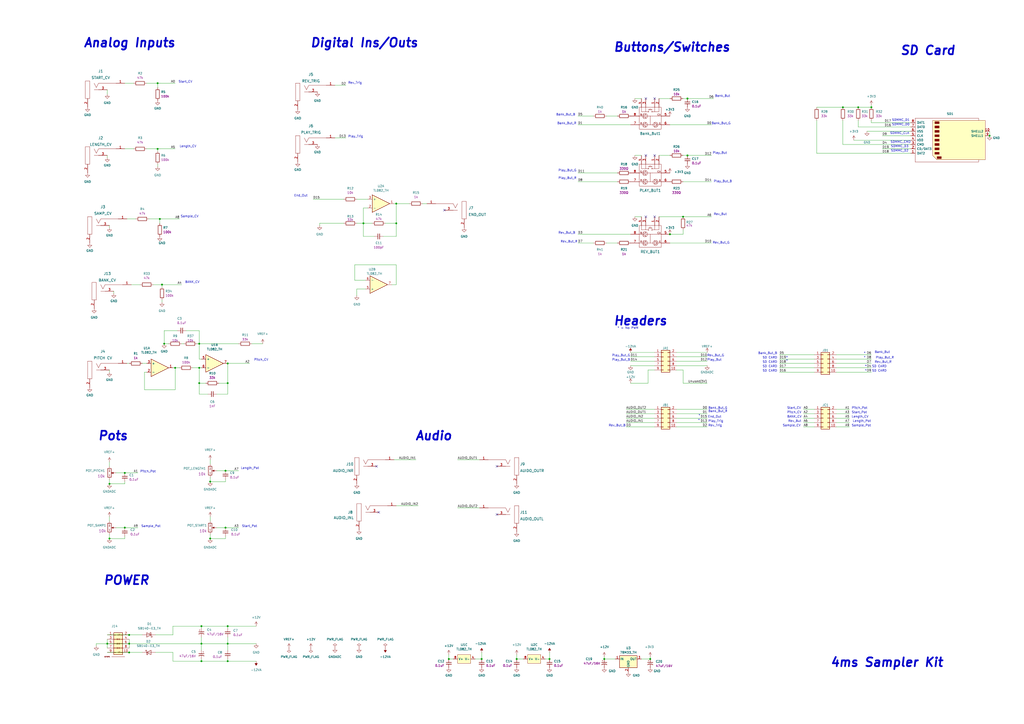
<source format=kicad_sch>
(kicad_sch (version 20230121) (generator eeschema)
  (paper "A2")
  (junction (at 116.84 373.38))
  (junction (at 121.92 279.4))
  (junction (at 63.5 280.67))
  (junction (at 92.71 127))
  (junction (at 388.62 135.89))
  (junction (at 91.44 86.36))
  (junction (at 229.87 118.11))
  (junction (at 398.78 90.17))
  (junction (at 115.57 199.39))
  (junction (at 210.82 129.54))
  (junction (at 488.95 62.23))
  (junction (at 74.93 378.46))
  (junction (at 350.52 382.27))
  (junction (at 63.5 312.42))
  (junction (at 74.93 373.38))
  (junction (at 116.84 363.22))
  (junction (at 93.98 165.1))
  (junction (at 62.23 373.38))
  (junction (at 377.19 382.27))
  (junction (at 130.81 273.05))
  (junction (at 72.39 306.07))
  (junction (at 396.24 125.73))
  (junction (at 132.08 210.82))
  (junction (at 299.72 382.27))
  (junction (at 132.08 373.38))
  (junction (at 121.92 312.42))
  (junction (at 574.04 78.74))
  (junction (at 132.08 222.25))
  (junction (at 130.81 306.07))
  (junction (at 279.4 382.27))
  (junction (at 260.35 382.27))
  (junction (at 318.77 382.27))
  (junction (at 91.44 48.26))
  (junction (at 132.08 383.54))
  (junction (at 115.57 222.25))
  (junction (at 132.08 363.22))
  (junction (at 101.6 213.36))
  (junction (at 72.39 274.32))
  (junction (at 74.93 368.3))
  (junction (at 497.84 62.23))
  (junction (at 116.84 383.54))
  (junction (at 229.87 129.54))
  (junction (at 95.25 199.39))
  (junction (at 505.46 62.23))
  (junction (at 115.57 213.36))
  (junction (at 398.78 57.15))
  (no_connect (at 288.29 270.51))
  (no_connect (at 374.65 57.15))
  (no_connect (at 379.73 90.17))
  (no_connect (at 218.44 270.51))
  (no_connect (at 379.73 57.15))
  (no_connect (at 257.81 121.92))
  (no_connect (at 379.73 125.73))
  (no_connect (at 288.29 298.45))
  (no_connect (at 374.65 125.73))
  (no_connect (at 374.65 90.17))
  (no_connect (at 219.71 297.18))
  (wire (pts (xy 132.08 373.38) (xy 132.08 377.19)))
  (wire (pts (xy 368.3 57.15) (xy 372.11 57.15)))
  (wire (pts (xy 72.39 86.36) (xy 77.47 86.36)))
  (wire (pts (xy 63.5 270.51) (xy 63.5 267.97)))
  (wire (pts (xy 72.39 312.42) (xy 72.39 311.15)))
  (wire (pts (xy 132.08 228.6) (xy 125.73 228.6)))
  (wire (pts (xy 265.43 294.64) (xy 278.13 294.64)))
  (wire (pts (xy 344.17 140.97) (xy 335.28 140.97)))
  (wire (pts (xy 485.14 215.9) (xy 505.46 215.9)))
  (wire (pts (xy 132.08 373.38) (xy 148.59 373.38)))
  (wire (pts (xy 90.17 378.46) (xy 100.33 378.46)))
  (wire (pts (xy 372.11 382.27) (xy 377.19 382.27)))
  (wire (pts (xy 279.4 378.46) (xy 279.4 382.27)))
  (wire (pts (xy 241.3 266.7) (xy 228.6 266.7)))
  (wire (pts (xy 67.31 274.32) (xy 72.39 274.32)))
  (wire (pts (xy 388.62 135.89) (xy 396.24 135.89)))
  (wire (pts (xy 223.52 129.54) (xy 229.87 129.54)))
  (wire (pts (xy 485.14 245.11) (xy 492.76 245.11)))
  (wire (pts (xy 485.14 240.03) (xy 492.76 240.03)))
  (wire (pts (xy 452.12 215.9) (xy 472.44 215.9)))
  (wire (pts (xy 63.5 299.72) (xy 63.5 302.26)))
  (wire (pts (xy 73.66 210.82) (xy 74.93 210.82)))
  (wire (pts (xy 392.43 247.65) (xy 410.21 247.65)))
  (wire (pts (xy 488.95 83.82) (xy 488.95 69.85)))
  (wire (pts (xy 392.43 242.57) (xy 410.21 242.57)))
  (wire (pts (xy 452.12 210.82) (xy 472.44 210.82)))
  (wire (pts (xy 82.55 210.82) (xy 85.09 210.82)))
  (wire (pts (xy 93.98 165.1) (xy 93.98 166.37)))
  (wire (pts (xy 115.57 222.25) (xy 115.57 228.6)))
  (wire (pts (xy 116.84 373.38) (xy 116.84 377.19)))
  (wire (pts (xy 396.24 222.25) (xy 410.21 222.25)))
  (wire (pts (xy 132.08 222.25) (xy 132.08 228.6)))
  (wire (pts (xy 88.9 165.1) (xy 93.98 165.1)))
  (wire (pts (xy 388.62 72.39) (xy 412.75 72.39)))
  (wire (pts (xy 207.01 167.64) (xy 207.01 171.45)))
  (wire (pts (xy 392.43 212.09) (xy 410.21 212.09)))
  (wire (pts (xy 365.76 209.55) (xy 379.73 209.55)))
  (wire (pts (xy 375.92 214.63) (xy 379.73 214.63)))
  (wire (pts (xy 125.73 273.05) (xy 130.81 273.05)))
  (wire (pts (xy 132.08 383.54) (xy 148.59 383.54)))
  (wire (pts (xy 115.57 199.39) (xy 115.57 208.28)))
  (wire (pts (xy 505.46 71.12) (xy 505.46 69.85)))
  (wire (pts (xy 76.2 165.1) (xy 81.28 165.1)))
  (wire (pts (xy 72.39 280.67) (xy 72.39 279.4)))
  (wire (pts (xy 111.76 213.36) (xy 115.57 213.36)))
  (wire (pts (xy 63.5 309.88) (xy 63.5 312.42)))
  (wire (pts (xy 392.43 237.49) (xy 410.21 237.49)))
  (wire (pts (xy 485.14 247.65) (xy 492.76 247.65)))
  (wire (pts (xy 83.82 226.06) (xy 101.6 226.06)))
  (wire (pts (xy 392.43 240.03) (xy 410.21 240.03)))
  (wire (pts (xy 63.5 214.63) (xy 63.5 215.9)))
  (wire (pts (xy 130.81 279.4) (xy 130.81 278.13)))
  (wire (pts (xy 121.92 309.88) (xy 121.92 312.42)))
  (wire (pts (xy 62.23 90.17) (xy 62.23 91.44)))
  (wire (pts (xy 92.71 127) (xy 92.71 129.54)))
  (wire (pts (xy 229.87 118.11) (xy 229.87 129.54)))
  (wire (pts (xy 528.32 76.2) (xy 502.92 76.2)))
  (wire (pts (xy 63.5 312.42) (xy 72.39 312.42)))
  (wire (pts (xy 67.31 306.07) (xy 72.39 306.07)))
  (wire (pts (xy 205.74 162.56) (xy 205.74 153.67)))
  (wire (pts (xy 382.27 125.73) (xy 396.24 125.73)))
  (wire (pts (xy 194.31 80.01) (xy 200.66 80.01)))
  (wire (pts (xy 66.04 168.91) (xy 66.04 170.18)))
  (wire (pts (xy 115.57 191.77) (xy 115.57 199.39)))
  (wire (pts (xy 132.08 210.82) (xy 132.08 222.25)))
  (wire (pts (xy 86.36 127) (xy 92.71 127)))
  (wire (pts (xy 368.3 125.73) (xy 372.11 125.73)))
  (wire (pts (xy 210.82 137.16) (xy 210.82 129.54)))
  (wire (pts (xy 217.17 137.16) (xy 210.82 137.16)))
  (wire (pts (xy 452.12 208.28) (xy 472.44 208.28)))
  (wire (pts (xy 74.93 373.38) (xy 116.84 373.38)))
  (wire (pts (xy 121.92 279.4) (xy 130.81 279.4)))
  (wire (pts (xy 335.28 67.31) (xy 344.17 67.31)))
  (wire (pts (xy 115.57 213.36) (xy 115.57 222.25)))
  (wire (pts (xy 115.57 208.28) (xy 116.84 208.28)))
  (wire (pts (xy 392.43 207.01) (xy 410.21 207.01)))
  (wire (pts (xy 95.25 199.39) (xy 97.79 199.39)))
  (wire (pts (xy 91.44 86.36) (xy 91.44 87.63)))
  (wire (pts (xy 452.12 205.74) (xy 472.44 205.74)))
  (wire (pts (xy 116.84 364.49) (xy 116.84 363.22)))
  (wire (pts (xy 335.28 135.89) (xy 365.76 135.89)))
  (wire (pts (xy 100.33 368.3) (xy 100.33 363.22)))
  (wire (pts (xy 398.78 57.15) (xy 414.02 57.15)))
  (wire (pts (xy 485.14 205.74) (xy 505.46 205.74)))
  (wire (pts (xy 130.81 306.07) (xy 138.43 306.07)))
  (wire (pts (xy 497.84 73.66) (xy 497.84 69.85)))
  (wire (pts (xy 396.24 214.63) (xy 396.24 222.25)))
  (wire (pts (xy 505.46 62.23) (xy 505.46 60.96)))
  (wire (pts (xy 72.39 306.07) (xy 80.01 306.07)))
  (wire (pts (xy 74.93 370.84) (xy 74.93 373.38)))
  (wire (pts (xy 392.43 245.11) (xy 410.21 245.11)))
  (wire (pts (xy 210.82 129.54) (xy 215.9 129.54)))
  (wire (pts (xy 210.82 120.65) (xy 210.82 129.54)))
  (wire (pts (xy 316.23 382.27) (xy 318.77 382.27)))
  (wire (pts (xy 528.32 86.36) (xy 511.81 86.36)))
  (wire (pts (xy 146.05 199.39) (xy 152.4 199.39)))
  (wire (pts (xy 229.87 165.1) (xy 227.33 165.1)))
  (wire (pts (xy 229.87 118.11) (xy 237.49 118.11)))
  (wire (pts (xy 194.31 49.53) (xy 200.66 49.53)))
  (wire (pts (xy 365.76 204.47) (xy 379.73 204.47)))
  (wire (pts (xy 55.88 373.38) (xy 62.23 373.38)))
  (wire (pts (xy 363.22 242.57) (xy 379.73 242.57)))
  (wire (pts (xy 485.14 213.36) (xy 505.46 213.36)))
  (wire (pts (xy 363.22 247.65) (xy 379.73 247.65)))
  (wire (pts (xy 488.95 62.23) (xy 497.84 62.23)))
  (wire (pts (xy 91.44 86.36) (xy 101.6 86.36)))
  (wire (pts (xy 73.66 127) (xy 78.74 127)))
  (wire (pts (xy 115.57 228.6) (xy 120.65 228.6)))
  (wire (pts (xy 121.92 269.24) (xy 121.92 266.7)))
  (wire (pts (xy 95.25 191.77) (xy 95.25 199.39)))
  (wire (pts (xy 205.74 153.67) (xy 229.87 153.67)))
  (wire (pts (xy 85.09 215.9) (xy 83.82 215.9)))
  (wire (pts (xy 335.28 72.39) (xy 365.76 72.39)))
  (wire (pts (xy 245.11 118.11) (xy 247.65 118.11)))
  (wire (pts (xy 396.24 125.73) (xy 412.75 125.73)))
  (wire (pts (xy 185.42 129.54) (xy 199.39 129.54)))
  (wire (pts (xy 396.24 133.35) (xy 396.24 135.89)))
  (wire (pts (xy 93.98 173.99) (xy 93.98 175.26)))
  (wire (pts (xy 242.57 293.37) (xy 229.87 293.37)))
  (wire (pts (xy 528.32 71.12) (xy 505.46 71.12)))
  (wire (pts (xy 100.33 363.22) (xy 116.84 363.22)))
  (wire (pts (xy 74.93 368.3) (xy 82.55 368.3)))
  (wire (pts (xy 72.39 48.26) (xy 77.47 48.26)))
  (wire (pts (xy 358.14 140.97) (xy 351.79 140.97)))
  (wire (pts (xy 62.23 368.3) (xy 74.93 368.3)))
  (wire (pts (xy 466.09 242.57) (xy 472.44 242.57)))
  (wire (pts (xy 91.44 48.26) (xy 91.44 50.8)))
  (wire (pts (xy 396.24 90.17) (xy 398.78 90.17)))
  (wire (pts (xy 365.76 212.09) (xy 379.73 212.09)))
  (wire (pts (xy 100.33 378.46) (xy 100.33 383.54)))
  (wire (pts (xy 148.59 363.22) (xy 132.08 363.22)))
  (wire (pts (xy 95.25 191.77) (xy 102.87 191.77)))
  (wire (pts (xy 132.08 364.49) (xy 132.08 363.22)))
  (wire (pts (xy 485.14 208.28) (xy 505.46 208.28)))
  (wire (pts (xy 363.22 245.11) (xy 379.73 245.11)))
  (wire (pts (xy 528.32 83.82) (xy 488.95 83.82)))
  (wire (pts (xy 125.73 306.07) (xy 130.81 306.07)))
  (wire (pts (xy 63.5 130.81) (xy 63.5 132.08)))
  (wire (pts (xy 265.43 266.7) (xy 278.13 266.7)))
  (wire (pts (xy 528.32 81.28) (xy 495.3 81.28)))
  (wire (pts (xy 398.78 90.17) (xy 412.75 90.17)))
  (wire (pts (xy 100.33 213.36) (xy 101.6 213.36)))
  (wire (pts (xy 116.84 373.38) (xy 132.08 373.38)))
  (wire (pts (xy 228.6 118.11) (xy 229.87 118.11)))
  (wire (pts (xy 127 222.25) (xy 132.08 222.25)))
  (wire (pts (xy 115.57 213.36) (xy 116.84 213.36)))
  (wire (pts (xy 388.62 140.97) (xy 412.75 140.97)))
  (wire (pts (xy 410.21 209.55) (xy 392.43 209.55)))
  (wire (pts (xy 368.3 90.17) (xy 372.11 90.17)))
  (wire (pts (xy 365.76 207.01) (xy 379.73 207.01)))
  (wire (pts (xy 62.23 52.07) (xy 62.23 54.61)))
  (wire (pts (xy 229.87 153.67) (xy 229.87 165.1)))
  (wire (pts (xy 92.71 127) (xy 104.14 127)))
  (wire (pts (xy 130.81 312.42) (xy 130.81 311.15)))
  (wire (pts (xy 365.76 222.25) (xy 375.92 222.25)))
  (wire (pts (xy 121.92 312.42) (xy 130.81 312.42)))
  (wire (pts (xy 115.57 191.77) (xy 107.95 191.77)))
  (wire (pts (xy 528.32 73.66) (xy 497.84 73.66)))
  (wire (pts (xy 116.84 383.54) (xy 132.08 383.54)))
  (wire (pts (xy 358.14 67.31) (xy 351.79 67.31)))
  (wire (pts (xy 350.52 382.27) (xy 356.87 382.27)))
  (wire (pts (xy 473.71 62.23) (xy 488.95 62.23)))
  (wire (pts (xy 62.23 373.38) (xy 62.23 375.92)))
  (wire (pts (xy 213.36 120.65) (xy 210.82 120.65)))
  (wire (pts (xy 114.3 199.39) (xy 115.57 199.39)))
  (wire (pts (xy 116.84 382.27) (xy 116.84 383.54)))
  (wire (pts (xy 222.25 137.16) (xy 229.87 137.16)))
  (wire (pts (xy 181.61 115.57) (xy 199.39 115.57)))
  (wire (pts (xy 132.08 210.82) (xy 144.78 210.82)))
  (wire (pts (xy 83.82 215.9) (xy 83.82 226.06)))
  (wire (pts (xy 130.81 273.05) (xy 138.43 273.05)))
  (wire (pts (xy 382.27 57.15) (xy 388.62 57.15)))
  (wire (pts (xy 299.72 379.73) (xy 299.72 382.27)))
  (wire (pts (xy 74.93 373.38) (xy 74.93 375.92)))
  (wire (pts (xy 207.01 129.54) (xy 210.82 129.54)))
  (wire (pts (xy 466.09 237.49) (xy 472.44 237.49)))
  (wire (pts (xy 485.14 210.82) (xy 505.46 210.82)))
  (wire (pts (xy 121.92 299.72) (xy 121.92 302.26)))
  (wire (pts (xy 62.23 373.38) (xy 74.93 373.38)))
  (wire (pts (xy 116.84 369.57) (xy 116.84 373.38)))
  (wire (pts (xy 497.84 62.23) (xy 505.46 62.23)))
  (wire (pts (xy 466.09 245.11) (xy 472.44 245.11)))
  (wire (pts (xy 105.41 199.39) (xy 106.68 199.39)))
  (wire (pts (xy 101.6 226.06) (xy 101.6 213.36)))
  (wire (pts (xy 116.84 363.22) (xy 132.08 363.22)))
  (wire (pts (xy 90.17 368.3) (xy 100.33 368.3)))
  (wire (pts (xy 363.22 240.03) (xy 379.73 240.03)))
  (wire (pts (xy 377.19 381) (xy 377.19 382.27)))
  (wire (pts (xy 485.14 237.49) (xy 492.76 237.49)))
  (wire (pts (xy 318.77 378.46) (xy 318.77 382.27)))
  (wire (pts (xy 63.5 280.67) (xy 72.39 280.67)))
  (wire (pts (xy 350.52 381) (xy 350.52 382.27)))
  (wire (pts (xy 85.09 86.36) (xy 91.44 86.36)))
  (wire (pts (xy 466.09 247.65) (xy 472.44 247.65)))
  (wire (pts (xy 100.33 383.54) (xy 116.84 383.54)))
  (wire (pts (xy 62.23 378.46) (xy 74.93 378.46)))
  (wire (pts (xy 85.09 48.26) (xy 91.44 48.26)))
  (wire (pts (xy 132.08 369.57) (xy 132.08 373.38)))
  (wire (pts (xy 212.09 167.64) (xy 207.01 167.64)))
  (wire (pts (xy 485.14 242.57) (xy 492.76 242.57)))
  (wire (pts (xy 72.39 274.32) (xy 80.01 274.32)))
  (wire (pts (xy 466.09 240.03) (xy 472.44 240.03)))
  (wire (pts (xy 91.44 95.25) (xy 91.44 96.52)))
  (wire (pts (xy 207.01 115.57) (xy 213.36 115.57)))
  (wire (pts (xy 121.92 276.86) (xy 121.92 279.4)))
  (wire (pts (xy 335.28 105.41) (xy 358.14 105.41)))
  (wire (pts (xy 101.6 213.36) (xy 104.14 213.36)))
  (wire (pts (xy 212.09 162.56) (xy 205.74 162.56)))
  (wire (pts (xy 382.27 90.17) (xy 388.62 90.17)))
  (wire (pts (xy 260.35 382.27) (xy 262.89 382.27)))
  (wire (pts (xy 375.92 222.25) (xy 375.92 214.63)))
  (wire (pts (xy 62.23 370.84) (xy 62.23 373.38)))
  (wire (pts (xy 299.72 382.27) (xy 303.53 382.27)))
  (wire (pts (xy 392.43 204.47) (xy 410.21 204.47)))
  (wire (pts (xy 74.93 378.46) (xy 82.55 378.46)))
  (wire (pts (xy 55.88 374.65) (xy 55.88 373.38)))
  (wire (pts (xy 132.08 382.27) (xy 132.08 383.54)))
  (wire (pts (xy 275.59 382.27) (xy 279.4 382.27)))
  (wire (pts (xy 335.28 100.33) (xy 358.14 100.33)))
  (wire (pts (xy 473.71 88.9) (xy 473.71 69.85)))
  (wire (pts (xy 363.22 237.49) (xy 379.73 237.49)))
  (wire (pts (xy 392.43 214.63) (xy 396.24 214.63)))
  (wire (pts (xy 574.04 78.74) (xy 574.04 76.2)))
  (wire (pts (xy 396.24 57.15) (xy 398.78 57.15)))
  (wire (pts (xy 115.57 222.25) (xy 119.38 222.25)))
  (wire (pts (xy 63.5 278.13) (xy 63.5 280.67)))
  (wire (pts (xy 115.57 199.39) (xy 138.43 199.39)))
  (wire (pts (xy 528.32 78.74) (xy 511.81 78.74)))
  (wire (pts (xy 260.35 379.73) (xy 260.35 382.27)))
  (wire (pts (xy 185.42 129.54) (xy 185.42 130.81)))
  (wire (pts (xy 452.12 213.36) (xy 472.44 213.36)))
  (wire (pts (xy 396.24 105.41) (xy 412.75 105.41)))
  (wire (pts (xy 528.32 88.9) (xy 473.71 88.9)))
  (wire (pts (xy 91.44 48.26) (xy 101.6 48.26)))
  (wire (pts (xy 93.98 165.1) (xy 105.41 165.1)))
  (wire (pts (xy 229.87 129.54) (xy 229.87 137.16)))
  (text "Rev_Trig" (at 201.93 48.895 0) (effects (font (size 1.27 1.27)) (justify left bottom)))
  (text "SD CARD" (at 514.35 213.36 0) (effects (font (size 1.27 1.27)) (justify right bottom)))
  (text "Play_But_B" (at 354.965 209.55 0) (effects (font (size 1.27 1.27)) (justify left bottom)))
  (text "Play_Trig" (at 201.93 80.01 0) (effects (font (size 1.27 1.27)) (justify left bottom)))
  (text "Rev_But_R" (at 325.12 140.97 0) (effects (font (size 1.27 1.27)) (justify left bottom)))
  (text "SD CARD" (at 450.85 213.36 0) (effects (font (size 1.27 1.27)) (justify right bottom)))
  (text "SDMMC_CMD" (at 528.32 83.185 0) (effects (font (size 1.27 1.27)) (justify right bottom)))
  (text "Play_But_B" (at 414.02 106.045 0) (effects (font (size 1.27 1.27)) (justify left bottom)))
  (text "Bank_But" (at 414.655 56.515 0) (effects (font (size 1.27 1.27)) (justify left bottom)))
  (text "Bank_But_R" (at 410.845 239.395 0) (effects (font (size 1.27 1.27)) (justify left bottom)))
  (text "Rev_But_B" (at 323.85 135.89 0) (effects (font (size 1.27 1.27)) (justify left bottom)))
  (text "Sample_Pot" (at 81.915 306.07 0) (effects (font (size 1.27 1.27)) (justify left bottom)))
  (text "Play_But_G" (at 323.85 99.695 0) (effects (font (size 1.27 1.27)) (justify left bottom)))
  (text "*" (at 501.015 208.28 0) (effects (font (size 1.27 1.27)) (justify left bottom)))
  (text "Bank_But_G" (at 412.75 72.39 0) (effects (font (size 1.27 1.27)) (justify left bottom)))
  (text "Length_CV" (at 494.03 242.57 0) (effects (font (size 1.27 1.27)) (justify left bottom)))
  (text "Rev_Trig" (at 410.845 247.65 0) (effects (font (size 1.27 1.27)) (justify left bottom)))
  (text "Headers" (at 355.6 189.23 0) (effects (font (size 5.08 5.08) (thickness 1.016) bold italic) (justify left bottom)))
  (text "Digital Ins/Outs" (at 179.705 27.94 0) (effects (font (size 5.08 5.08) (thickness 1.016) bold italic) (justify left bottom)))
  (text "Play_But_R" (at 508 208.28 0) (effects (font (size 1.27 1.27)) (justify left bottom)))
  (text "Rev_But_G" (at 413.385 141.605 0) (effects (font (size 1.27 1.27)) (justify left bottom)))
  (text "Bank_But_G" (at 410.845 237.49 0) (effects (font (size 1.27 1.27)) (justify left bottom)))
  (text "*" (at 405.13 241.935 0) (effects (font (size 1.27 1.27)) (justify left bottom)))
  (text "Start_Pot" (at 494.03 240.03 0) (effects (font (size 1.27 1.27)) (justify left bottom)))
  (text "Start_CV" (at 456.565 237.49 0) (effects (font (size 1.27 1.27)) (justify left bottom)))
  (text "Pitch_CV" (at 456.565 240.03 0) (effects (font (size 1.27 1.27)) (justify left bottom)))
  (text "SDMMC_D2" (at 527.05 88.265 0) (effects (font (size 1.27 1.27)) (justify right bottom)))
  (text "SDMMC_D0" (at 527.685 73.025 0) (effects (font (size 1.27 1.27)) (justify right bottom)))
  (text "Length_Pot" (at 494.665 245.11 0) (effects (font (size 1.27 1.27)) (justify left bottom)))
  (text "Play_But_R" (at 323.85 104.14 0) (effects (font (size 1.27 1.27)) (justify left bottom)))
  (text "Audio" (at 240.665 255.905 0) (effects (font (size 5.08 5.08) (thickness 1.016) bold italic) (justify left bottom)))
  (text "Rev_But" (at 414.02 125.095 0) (effects (font (size 1.27 1.27)) (justify left bottom)))
  (text "Analog Inputs" (at 48.26 27.94 0) (effects (font (size 5.08 5.08) (thickness 1.016) bold italic) (justify left bottom)))
  (text "SD Card" (at 521.97 32.385 0) (effects (font (size 5.08 5.08) (thickness 1.016) bold italic) (justify left bottom)))
  (text "Rev_But" (at 457.2 245.11 0) (effects (font (size 1.27 1.27)) (justify left bottom)))
  (text "*" (at 501.65 213.36 0) (effects (font (size 1.27 1.27)) (justify left bottom)))
  (text "SDMMC_D1" (at 527.685 70.485 0) (effects (font (size 1.27 1.27)) (justify right bottom)))
  (text "Buttons/Switches" (at 355.6 30.48 0) (effects (font (size 5.08 5.08) (thickness 1.016) bold italic) (justify left bottom)))
  (text "Pitch_Pot" (at 494.03 237.49 0) (effects (font (size 1.27 1.27)) (justify left bottom)))
  (text "Sample_Pot" (at 494.03 247.65 0) (effects (font (size 1.27 1.27)) (justify left bottom)))
  (text "Play_But" (at 410.21 209.55 0) (effects (font (size 1.27 1.27)) (justify left bottom)))
  (text "Start_Pot" (at 140.335 306.07 0) (effects (font (size 1.27 1.27)) (justify left bottom)))
  (text "*" (at 501.015 205.74 0) (effects (font (size 1.27 1.27)) (justify left bottom)))
  (text "Start_CV" (at 103.505 48.26 0) (effects (font (size 1.27 1.27)) (justify left bottom)))
  (text "Play_Trig" (at 410.845 245.11 0) (effects (font (size 1.27 1.27)) (justify left bottom)))
  (text "*" (at 455.93 208.28 0) (effects (font (size 1.27 1.27)) (justify left bottom)))
  (text "Rev_But_G" (at 410.21 207.01 0) (effects (font (size 1.27 1.27)) (justify left bottom)))
  (text "SD CARD" (at 514.35 215.9 0) (effects (font (size 1.27 1.27)) (justify right bottom)))
  (text "*" (at 455.93 210.185 0) (effects (font (size 1.27 1.27)) (justify left bottom)))
  (text "BANK_CV" (at 456.565 242.57 0) (effects (font (size 1.27 1.27)) (justify left bottom)))
  (text "Sample_CV" (at 104.775 126.365 0) (effects (font (size 1.27 1.27)) (justify left bottom)))
  (text "Bank_But_B" (at 322.58 67.31 0) (effects (font (size 1.27 1.27)) (justify left bottom)))
  (text "SD CARD" (at 450.85 208.28 0) (effects (font (size 1.27 1.27)) (justify right bottom)))
  (text "Play_But_G" (at 354.965 207.01 0) (effects (font (size 1.27 1.27)) (justify left bottom)))
  (text "Pitch_CV" (at 147.32 209.55 0) (effects (font (size 1.27 1.27)) (justify left bottom)))
  (text "*" (at 501.65 215.9 0) (effects (font (size 1.27 1.27)) (justify left bottom)))
  (text "Pots" (at 56.515 255.905 0) (effects (font (size 5.08 5.08) (thickness 1.016) bold italic) (justify left bottom)))
  (text "Rev_But_B" (at 353.06 247.65 0) (effects (font (size 1.27 1.27)) (justify left bottom)))
  (text "SDMMC_CLK" (at 527.685 78.105 0) (effects (font (size 1.27 1.27)) (justify right bottom)))
  (text "Rev_But_R" (at 507.365 210.82 0) (effects (font (size 1.27 1.27)) (justify left bottom)))
  (text "*" (at 404.8824 244.6801 0) (effects (font (size 1.27 1.27)) (justify left bottom)))
  (text "End_Out" (at 418.465 242.57 0) (effects (font (size 1.27 1.27)) (justify right bottom)))
  (text "4ms Sampler Kit" (at 481.33 387.35 0) (effects (font (size 5.08 5.08) (thickness 1.016) bold italic) (justify left bottom)))
  (text "Bank_But" (at 507.365 205.105 0) (effects (font (size 1.27 1.27)) (justify left bottom)))
  (text "* = No PWM" (at 358.14 191.135 0) (effects (font (size 1.27 1.27)) (justify left bottom)))
  (text "Pitch_Pot" (at 81.28 274.32 0) (effects (font (size 1.27 1.27)) (justify left bottom)))
  (text "SDMMC_D3" (at 527.05 85.725 0) (effects (font (size 1.27 1.27)) (justify right bottom)))
  (text "POWER" (at 59.69 339.725 0) (effects (font (size 5.08 5.08) (thickness 1.016) bold italic) (justify left bottom)))
  (text "End_Out" (at 178.435 114.3 0) (effects (font (size 1.27 1.27)) (justify right bottom)))
  (text "SD CARD" (at 450.85 210.82 0) (effects (font (size 1.27 1.27)) (justify right bottom)))
  (text "Bank_But_B" (at 450.85 205.74 0) (effects (font (size 1.27 1.27)) (justify right bottom)))
  (text "Length_Pot" (at 139.7 272.415 0) (effects (font (size 1.27 1.27)) (justify left bottom)))
  (text "Sample_CV" (at 454.025 247.65 0) (effects (font (size 1.27 1.27)) (justify left bottom)))
  (text "Play_But" (at 413.385 89.535 0) (effects (font (size 1.27 1.27)) (justify left bottom)))
  (text "Length_CV" (at 104.14 85.725 0) (effects (font (size 1.27 1.27)) (justify left bottom)))
  (text "SD CARD" (at 450.85 215.9 0) (effects (font (size 1.27 1.27)) (justify right bottom)))
  (text "Bank_But_R" (at 323.215 72.39 0) (effects (font (size 1.27 1.27)) (justify left bottom)))
  (text "BANK_CV" (at 107.315 164.465 0) (effects (font (size 1.27 1.27)) (justify left bottom)))
  (label "D17" (at 452.12 213.36 0))
  (label "D7" (at 505.46 210.82 180))
  (label "D14" (at 365.76 209.55 0))
  (label "D12" (at 410.21 209.55 180))
  (label "A5" (at 492.76 242.57 180))
  (label "A2" (at 144.78 210.82 180))
  (label "D19" (at 452.12 208.28 0))
  (label "D11" (at 335.28 100.33 0))
  (label "A4" (at 105.41 165.1 180))
  (label "A6" (at 466.09 245.11 0))
  (label "D18" (at 452.12 210.82 0))
  (label "D3" (at 335.28 135.89 0))
  (label "A1" (at 492.76 237.49 180))
  (label "D13" (at 410.21 245.11 180))
  (label "D10" (at 410.21 207.01 180))
  (label "A1" (at 80.01 274.32 180))
  (label "AUDIO_IN1" (at 363.22 245.11 0))
  (label "A8" (at 466.09 247.65 0))
  (label "D3" (at 363.22 247.65 0))
  (label "D10" (at 412.75 140.97 180))
  (label "A7" (at 138.43 273.05 180))
  (label "D15" (at 181.61 115.57 0))
  (label "D0" (at 412.75 72.39 180))
  (label "D18" (at 511.81 88.9 0))
  (label "D16" (at 513.08 73.66 0))
  (label "A0" (at 466.09 237.49 0))
  (label "D1" (at 335.28 72.39 0))
  (label "D2" (at 410.21 247.65 180))
  (label "AUDIO_IN1" (at 241.3 266.7 180))
  (label "D6" (at 505.46 205.74 180))
  (label "A3" (at 138.43 306.07 180))
  (label "D1" (at 410.21 240.03 180))
  (label "AUDIO_OUT1" (at 265.43 266.7 0))
  (label "D4" (at 505.46 213.36 180))
  (label "D0" (at 410.21 237.49 180))
  (label "A9" (at 80.01 306.07 180))
  (label "D2" (at 200.66 49.53 180))
  (label "D5" (at 335.28 67.31 0))
  (label "D6" (at 414.02 57.15 180))
  (label "AUDIO_OUT1" (at 363.22 240.03 0))
  (label "D14" (at 412.75 105.41 180))
  (label "D11" (at 365.76 207.01 0))
  (label "D5" (at 452.12 205.74 0))
  (label "A7" (at 492.76 245.11 180))
  (label "AUDIO_OUT2" (at 265.43 294.64 0))
  (label "A3" (at 492.76 240.03 180))
  (label "D19" (at 511.81 86.36 0))
  (label "A6" (at 412.75 125.73 180))
  (label "A4" (at 466.09 242.57 0))
  (label "D7" (at 335.28 140.97 0))
  (label "A9" (at 492.76 247.65 180))
  (label "A8" (at 104.14 127 180))
  (label "D12" (at 412.75 90.17 180))
  (label "D4" (at 511.81 83.82 0))
  (label "D9" (at 511.81 78.74 0))
  (label "Unused(5V)" (at 410.21 222.25 180))
  (label "D17" (at 513.08 71.12 0))
  (label "D16" (at 452.12 215.9 0))
  (label "AUDIO_IN2" (at 363.22 242.57 0))
  (label "A5" (at 101.6 86.36 180))
  (label "AUDIO_OUT2" (at 363.22 237.49 0))
  (label "A0" (at 101.6 48.26 180))
  (label "A2" (at 466.09 240.03 0))
  (label "D13" (at 200.66 80.01 180))
  (label "AUDIO_IN2" (at 242.57 293.37 180))
  (label "D8" (at 335.28 105.41 0))
  (label "D8" (at 505.46 208.28 180))
  (label "D9" (at 505.46 215.9 180))
  (label "D15" (at 410.21 242.57 180))
  (symbol (lib_id "4ms_Power-symbol:GND") (at 368.3 57.15 0) (unit 1)
    (property "Reference" "#PWR049" (effects hide))
    (property "Value" "GND" (at 368.3 62.23 0))
  )
  (symbol (lib_id "power:GND") (at 208.28 375.92 0) (unit 1)
    (property "Reference" "#PWR036" (effects hide))
    (property "Value" "GND" (at 208.28 381 0))
  )
  (symbol (lib_id "4ms_Capacitor:0.1uF_Disc_TH") (at 72.39 276.86 0) (unit 1)
    (property "Reference" "C1" (at 74.93 275.5962 0) (effects (justify left)))
    (property "Value" "0.1uF_Disc_TH" (effects hide))
    (property "Footprint" "4ms_Capacitor:C_Disc_P2.54mm" (effects hide))
    (property "Display" "0.1uF" (at 74.93 278.1362 0) (effects (justify left)))
  )
  (symbol (lib_id "4ms_Resistor_TH:10k_TH0.125") (at 101.6 199.39 90) (unit 1)
    (property "Reference" "R9" (at 101.6 194.945 90))
    (property "Value" "10k_TH0.125" (effects hide))
    (property "Footprint" "4ms_Resistor:R_Axial_DIN0207_L6.3mm_D2.5mm_P7.62mm_Horizontal" (effects hide))
    (property "Specifications" "10k, 5%, 1/8W, TH0.125" (effects hide))
    (property "Manufacturer" "Xicon" (effects hide))
    (property "Part Number" "299-10k-RC" (effects hide))
    (property "Display" "10k" (at 101.6 197.485 90))
  )
  (symbol (lib_id "4ms_Power-symbol:+3.3V") (at 377.19 381 0) (unit 1)
    (property "Reference" "#PWR0102" (effects hide))
    (property "Value" "+3.3V" (at 374.015 375.285 0) (effects (justify left)))
  )
  (symbol (lib_id "4ms_Resistor_TH:47k_TH0.125") (at 81.28 48.26 90) (unit 1)
    (property "Reference" "R2" (at 81.28 42.545 90))
    (property "Value" "47k_TH0.125" (effects hide))
    (property "Footprint" "4ms_Resistor:R_Axial_DIN0207_L6.3mm_D2.5mm_P7.62mm_Horizontal" (effects hide))
    (property "Specifications" "47k, 5%, 1/8W, TH0.125" (effects hide))
    (property "Manufacturer" "Xicon" (effects hide))
    (property "Part Number" "299-47k-RC" (effects hide))
    (property "Display" "47k" (at 81.28 45.085 90))
  )
  (symbol (lib_id "4ms_Resistor_TH:33k_TH0.125") (at 142.24 199.39 90) (unit 1)
    (property "Reference" "R11" (at 142.24 194.31 90))
    (property "Value" "1k_TH0.125" (effects hide))
    (property "Footprint" "4ms_Resistor:R_Axial_DIN0207_L6.3mm_D2.5mm_P7.62mm_Horizontal" (effects hide))
    (property "Specifications" "33k, 5%, 1/8W, TH0.125" (effects hide))
    (property "Manufacturer" "Xicon" (effects hide))
    (property "Part Number" "299-33k-RC" (effects hide))
    (property "Display" "33k" (at 142.24 196.85 90))
  )
  (symbol (lib_id "4ms_Power-symbol:GNDADC") (at 194.31 375.92 0) (unit 1)
    (property "Reference" "#PWR032" (effects hide))
    (property "Value" "GNDADC" (at 194.31 381 0))
  )
  (symbol (lib_id "4ms_Power-symbol:GND") (at 184.15 83.82 0) (unit 1)
    (property "Reference" "#PWR031" (effects hide))
    (property "Value" "GND" (at 184.15 88.265 0))
  )
  (symbol (lib_id "4ms_Resistor_TH:1k_TH0.125") (at 241.3 118.11 90) (unit 1)
    (property "Reference" "R15" (at 241.3 111.76 90))
    (property "Value" "1k_TH0.125" (effects hide))
    (property "Footprint" "4ms_Resistor:R_Axial_DIN0207_L6.3mm_D2.5mm_P7.62mm_Horizontal" (effects hide))
    (property "Specifications" "1k, 5%, 1/8W, TH0.125" (effects hide))
    (property "Manufacturer" "Xicon" (effects hide))
    (property "Part Number" "299-1k-RC" (effects hide))
    (property "Display" "1k" (at 241.3 114.3 90))
  )
  (symbol (lib_id "4ms_Power-symbol:GNDADC") (at 63.5 280.67 0) (unit 1)
    (property "Reference" "#PWR011" (effects hide))
    (property "Value" "GNDADC" (at 63.5 285.115 0))
  )
  (symbol (lib_id "4ms_Capacitor:0.1uF_Disc_TH") (at 130.81 308.61 0) (unit 1)
    (property "Reference" "C10" (at 133.985 307.3462 0) (effects (justify left)))
    (property "Value" "0.1uF_Disc_TH" (effects hide))
    (property "Footprint" "4ms_Capacitor:C_Disc_P2.54mm" (effects hide))
    (property "Display" "0.1uF" (at 133.985 309.8862 0) (effects (justify left)))
  )
  (symbol (lib_id "4ms_Power-symbol:GNDADC") (at 121.92 312.42 0) (unit 1)
    (property "Reference" "#PWR021" (effects hide))
    (property "Value" "GNDADC" (at 121.92 317.5 0))
  )
  (symbol (lib_id "4ms_Power-symbol:GND") (at 184.15 53.34 0) (unit 1)
    (property "Reference" "#PWR030" (effects hide))
    (property "Value" "GND" (at 184.15 58.42 0))
  )
  (symbol (lib_id "4ms_Power-symbol:GND") (at 50.8 100.33 0) (unit 1)
    (property "Reference" "#PWR02" (effects hide))
    (property "Value" "GND" (at 50.8 105.41 0))
  )
  (symbol (lib_id "4ms_Power-symbol:+12V") (at 148.59 363.22 0) (unit 1)
    (property "Reference" "#PWR023" (effects hide))
    (property "Value" "+12V" (at 148.59 358.14 0))
  )
  (symbol (lib_id "4ms_Resistor_TH:47k_TH0.125") (at 81.28 86.36 90) (unit 1)
    (property "Reference" "R3" (at 81.28 80.01 90))
    (property "Value" "47k_TH0.125" (effects hide))
    (property "Footprint" "4ms_Resistor:R_Axial_DIN0207_L6.3mm_D2.5mm_P7.62mm_Horizontal" (effects hide))
    (property "Specifications" "47k, 5%, 1/8W, TH0.125" (effects hide))
    (property "Manufacturer" "Xicon" (effects hide))
    (property "Part Number" "299-47k-RC" (effects hide))
    (property "Display" "47k" (at 81.28 82.55 90))
  )
  (symbol (lib_id "4ms_Resistor_TH:33k_TH0.125") (at 203.2 129.54 90) (unit 1)
    (property "Reference" "R13" (at 203.2 125.5141 90))
    (property "Value" "33k_TH0.125" (effects hide))
    (property "Footprint" "4ms_Resistor:R_Axial_DIN0207_L6.3mm_D2.5mm_P7.62mm_Horizontal" (effects hide))
    (property "Specifications" "33k, 5%, 1/8W, TH0.125" (effects hide))
    (property "Manufacturer" "Xicon" (effects hide))
    (property "Part Number" "299-33k-RC" (effects hide))
    (property "Display" "33k" (at 203.2 127.4351 90))
  )
  (symbol (lib_id "4ms_Resistor_TH:10k_TH0.125") (at 110.49 199.39 90) (unit 1)
    (property "Reference" "R37" (at 110.49 194.945 90))
    (property "Value" "10k_TH0.125" (effects hide))
    (property "Footprint" "4ms_Resistor:R_Axial_DIN0207_L6.3mm_D2.5mm_P7.62mm_Horizontal" (effects hide))
    (property "Specifications" "10k, 5%, 1/8W, TH0.125" (effects hide))
    (property "Manufacturer" "Xicon" (effects hide))
    (property "Part Number" "299-10k-RC" (effects hide))
    (property "Display" "10k" (at 110.49 197.485 90))
  )
  (symbol (lib_id "power:GND") (at 269.24 132.08 0) (unit 1)
    (property "Reference" "#PWR040" (effects hide))
    (property "Value" "GND" (at 269.24 137.16 0))
  )
  (symbol (lib_id "4ms_Power-symbol:GND") (at 91.44 58.42 0) (unit 1)
    (property "Reference" "#PWR014" (effects hide))
    (property "Value" "GND" (at 91.44 62.865 0))
  )
  (symbol (lib_id "4ms_Capacitor:0.1uF_Disc_TH") (at 318.77 384.81 0) (unit 1)
    (property "Reference" "C15" (at 321.31 383.5462 0) (effects (justify left)))
    (property "Value" "0.1uF_Disc_TH" (effects hide))
    (property "Footprint" "4ms_Capacitor:C_Disc_P2.54mm" (effects hide))
    (property "Display" "0.1uF" (at 321.31 386.0862 0) (effects (justify left)))
  )
  (symbol (lib_id "4ms_Power-symbol:GND") (at 279.4 387.35 0) (unit 1)
    (property "Reference" "#PWR042" (effects hide))
    (property "Value" "GND" (at 279.4 391.795 0))
  )
  (symbol (lib_id "4ms_Power-symbol:GND") (at 398.78 95.25 0) (unit 1)
    (property "Reference" "#PWR059" (effects hide))
    (property "Value" "GND" (at 398.78 100.33 0))
  )
  (symbol (lib_id "power:GND") (at 365.76 212.09 0) (unit 1)
    (property "Reference" "#PWR053" (effects hide))
    (property "Value" "GND" (at 365.76 215.9 0))
  )
  (symbol (lib_id "4ms_Power-symbol:GND") (at 95.25 199.39 0) (unit 1)
    (property "Reference" "#PWR017" (effects hide))
    (property "Value" "GND" (at 95.25 203.835 0))
  )
  (symbol (lib_id "4ms_Connector:Socket_02x05_TH") (at 478.79 207.01 0) (unit 1)
    (property "Reference" "JD1" (at 478.79 203.2 0))
    (property "Value" "Socket_02x05_TH" (effects hide))
    (property "Footprint" "4ms_Connector:Socket_2x05_2.54mm_TH" (effects hide))
    (property "Specifications" "HEADER 2x5 FEMALE PINS 0.100” 180deg" (effects hide))
  )
  (symbol (lib_id "4ms_Power-symbol:GND") (at 299.72 280.67 0) (unit 1)
    (property "Reference" "#PWR035" (effects hide))
    (property "Value" "GND" (at 299.72 285.75 0))
  )
  (symbol (lib_id "4ms_Capacitor:0.1uF_Disc_TH") (at 279.4 384.81 0) (unit 1)
    (property "Reference" "C13" (at 281.94 383.5462 0) (effects (justify left)))
    (property "Value" "0.1uF_Disc_TH" (effects hide))
    (property "Footprint" "4ms_Capacitor:C_Disc_P2.54mm" (effects hide))
    (property "Display" "0.1uF" (at 281.94 386.0862 0) (effects (justify left)))
  )
  (symbol (lib_id "4ms_Power-symbol:VREF+") (at 63.5 267.97 0) (unit 1)
    (property "Reference" "#PWR010" (effects hide))
    (property "Value" "VREF+" (at 63.5 262.255 0))
  )
  (symbol (lib_id "4ms_Power-symbol:GND") (at 172.72 63.5 0) (unit 1)
    (property "Reference" "#PWR027" (effects hide))
    (property "Value" "GND" (at 172.72 68.58 0))
  )
  (symbol (lib_id "4ms_Resistor_TH:100k_TH0.125") (at 92.71 133.35 180) (unit 1)
    (property "Reference" "R7" (at 94.615 132.0799 0) (effects (justify right)))
    (property "Value" "100k_TH0.125" (effects hide))
    (property "Footprint" "4ms_Resistor:R_Axial_DIN0207_L6.3mm_D2.5mm_P7.62mm_Horizontal" (effects hide))
    (property "Specifications" "100k, 5%, 1/8W, TH0.125" (effects hide))
    (property "Manufacturer" "Xicon" (effects hide))
    (property "Part Number" "299-100k-RC" (effects hide))
    (property "Display" "100k" (at 94.615 134.6199 0) (effects (justify right)))
  )
  (symbol (lib_id "4ms_Resistor_TH:33k_TH0.125") (at 497.84 66.04 0) (unit 1)
    (property "Reference" "R31" (at 499.745 64.7699 0) (effects (justify left)))
    (property "Value" "33k_TH0.125" (effects hide))
    (property "Footprint" "4ms_Resistor:R_Axial_DIN0207_L6.3mm_D2.5mm_P7.62mm_Horizontal" (effects hide))
    (property "Specifications" "33k, 5%, 1/8W, TH0.125" (effects hide))
    (property "Manufacturer" "Xicon" (effects hide))
    (property "Part Number" "299-33k-RC" (effects hide))
    (property "Display" "33k" (at 499.745 67.3099 0) (effects (justify left)))
  )
  (symbol (lib_id "4ms_Power-symbol:+3.3V") (at 388.62 135.89 0) (unit 1)
    (property "Reference" "#PWR057" (effects hide))
    (property "Value" "+3.3V" (at 388.62 132.08 0))
  )
  (symbol (lib_id "4ms_Power-symbol:+12V") (at 365.76 222.25 0) (unit 1)
    (property "Reference" "#PWR054" (effects hide))
    (property "Value" "+12V" (at 365.76 218.694 0))
  )
  (symbol (lib_id "4ms_Power-symbol:PWR_FLAG") (at 167.64 375.92 180) (unit 1)
    (property "Reference" "#FLG01" (effects hide))
    (property "Value" "PWR_FLAG" (at 167.64 381 0))
  )
  (symbol (lib_id "4ms_Resistor_TH:47k_TH0.125") (at 219.71 129.54 90) (unit 1)
    (property "Reference" "R14" (at 219.71 124.46 90))
    (property "Value" "47k_TH0.125" (effects hide))
    (property "Footprint" "4ms_Resistor:R_Axial_DIN0207_L6.3mm_D2.5mm_P7.62mm_Horizontal" (effects hide))
    (property "Specifications" "47k, 5%, 1/8W, TH0.125" (effects hide))
    (property "Manufacturer" "Xicon" (effects hide))
    (property "Part Number" "299-47k-RC" (effects hide))
    (property "Display" "47k" (at 219.71 127 90))
  )
  (symbol (lib_id "4ms_Connector:Socket_02x05_TH") (at 478.79 238.76 0) (unit 1)
    (property "Reference" "JC1" (at 478.79 234.95 0))
    (property "Value" "Socket_02x05_TH" (effects hide))
    (property "Footprint" "4ms_Connector:Socket_2x05_2.54mm_TH" (effects hide))
    (property "Specifications" "HEADER 2x5 FEMALE PINS 0.100” 180deg" (effects hide))
  )
  (symbol (lib_id "4ms_Capacitor:0.1uF_Disc_TH") (at 132.08 379.73 0) (mirror x) (unit 1)
    (property "Reference" "C8" (at 128.905 378.4535 0) (effects (justify right)))
    (property "Value" "0.1uF_Disc_TH" (effects hide))
    (property "Footprint" "4ms_Capacitor:C_Disc_P2.54mm" (effects hide))
    (property "Display" "0.1uF" (at 128.905 380.9935 0) (effects (justify right)))
  )
  (symbol (lib_id "4ms_Jack:3.5mm_Mono_Switched") (at 57.15 214.63 0) (unit 1)
    (property "Reference" "J4" (at 59.69 203.835 0) (effects (font (size 1.524 1.524))))
    (property "Value" "PITCH CV" (at 59.69 207.645 0) (effects (font (size 1.524 1.524))))
    (property "Footprint" "4ms_Jack:EighthInch_PJ398SM" (effects hide))
    (property "Specifications" "Audio 3.5mm Jack, mono, switched, PC-pin Vertical" (effects hide))
    (property "Manufacturer" "Wenzhou QingPu Electronics Co" (effects hide))
    (property "Part Number" "WQP-WQP518MA" (effects hide))
  )
  (symbol (lib_id "4ms_IC:TL082_TH") (at 269.24 382.27 90) (unit 3)
    (property "Reference" "U1" (at 269.24 374.015 90))
    (property "Value" "TL082_TH" (at 269.24 376.555 90))
    (property "Footprint" "4ms_Package_DIP:DIP-8pin_TH" (effects hide))
    (property "Specifications" "TL082 Dual Opamp DIP-8pin" (effects hide))
  )
  (symbol (lib_name "Button_SPST_RGB_5.4mmCap_1") (lib_id "4ms_Switch:Button_SPST_RGB_5.4mmCap") (at 377.19 68.58 0) (unit 1)
    (property "Reference" "Bank_But1" (at 377.19 77.47 0) (effects (font (size 1.524 1.524))))
    (property "Value" "Button_SPST_RGB_5.4mmCap" (effects hide))
    (property "Footprint" "4ms_Switch:Button_RgbLED_SPST_TC002" (effects hide))
    (property "Specifications" "SPST button with RGB LED, 5.4mm diffused cap" (effects hide))
    (property "Manufacturer" "Well Buying" (effects hide))
    (property "Part Number" "TC002-N11AS2XWT-RGB" (effects hide))
  )
  (symbol (lib_id "4ms_Resistor_TH:1k_TH0.125") (at 78.74 210.82 90) (unit 1)
    (property "Reference" "R1" (at 78.74 205.105 90))
    (property "Value" "1k_TH0.125" (effects hide))
    (property "Footprint" "4ms_Resistor:R_Axial_DIN0207_L6.3mm_D2.5mm_P7.62mm_Horizontal" (effects hide))
    (property "Specifications" "1k, 5%, 1/8W, TH0.125" (effects hide))
    (property "Manufacturer" "Xicon" (effects hide))
    (property "Part Number" "299-1k-RC" (effects hide))
    (property "Display" "1k" (at 78.74 207.645 90))
  )
  (symbol (lib_id "4ms_Resistor_TH:1k_TH0.125") (at 361.95 140.97 90) (unit 1)
    (property "Reference" "R21" (at 361.95 144.78 90))
    (property "Value" "1k_TH0.125" (effects hide))
    (property "Footprint" "4ms_Resistor:R_Axial_DIN0207_L6.3mm_D2.5mm_P7.62mm_Horizontal" (effects hide))
    (property "Specifications" "1k, 5%, 1/8W, TH0.125" (effects hide))
    (property "Manufacturer" "Xicon" (effects hide))
    (property "Part Number" "299-1k-RC" (effects hide))
    (property "Display" "1k" (at 361.95 147.32 90))
  )
  (symbol (lib_id "4ms_Switch:Button_SPST_RGB_7mmCap") (at 377.19 101.6 0) (unit 1)
    (property "Reference" "PLAY_BUT1" (at 377.19 110.49 0) (effects (font (size 1.524 1.524))))
    (property "Value" "Button_SPST_RGB_7mmCap" (effects hide))
    (property "Footprint" "4ms_Switch:Button_RgbLED_SPST_PB615303HL-7mm" (effects hide))
    (property "Specifications" "SPST button with RGB LED, 7mm diffused cap" (effects hide))
    (property "Manufacturer" "Run Run Enterprises" (effects hide))
    (property "Part Number" "PB615303HL-7" (effects hide))
  )
  (symbol (lib_id "4ms_Jack:3.5mm_Mono_Switched") (at 294.64 270.51 0) (mirror y) (unit 1)
    (property "Reference" "J9" (at 301.625 269.24 0) (effects (font (size 1.524 1.524)) (justify right)))
    (property "Value" "AUIDO_OUTR" (at 301.625 273.05 0) (effects (font (size 1.524 1.524)) (justify right)))
    (property "Footprint" "4ms_Jack:EighthInch_PJ398SM" (effects hide))
    (property "Specifications" "Audio 3.5mm Jack, mono, switched, PC-pin Vertical" (effects hide))
    (property "Manufacturer" "Wenzhou QingPu Electronics Co" (effects hide))
    (property "Part Number" "WQP-WQP518MA" (effects hide))
  )
  (symbol (lib_id "4ms_Jack:3.5mm_Mono_Switched") (at 177.8 83.82 0) (unit 1)
    (property "Reference" "J6" (at 180.34 73.025 0) (effects (font (size 1.524 1.524))))
    (property "Value" "PLAY_TRIG" (at 180.34 76.835 0) (effects (font (size 1.524 1.524))))
    (property "Footprint" "4ms_Jack:EighthInch_PJ398SM" (effects hide))
    (property "Specifications" "Audio 3.5mm Jack, mono, switched, PC-pin Vertical" (effects hide))
    (property "Manufacturer" "Wenzhou QingPu Electronics Co" (effects hide))
    (property "Part Number" "WQP-WQP518MA" (effects hide))
  )
  (symbol (lib_id "4ms_Power-symbol:GND") (at 350.52 387.35 0) (unit 1)
    (property "Reference" "#PWR0103" (effects hide))
    (property "Value" "GND" (at 353.06 389.255 0) (effects (justify left)))
  )
  (symbol (lib_id "4ms_Resistor_TH:10k_TH0.125") (at 203.2 115.57 90) (unit 1)
    (property "Reference" "R12" (at 203.2 109.22 90))
    (property "Value" "10k_TH0.125" (effects hide))
    (property "Footprint" "4ms_Resistor:R_Axial_DIN0207_L6.3mm_D2.5mm_P7.62mm_Horizontal" (effects hide))
    (property "Specifications" "10k, 5%, 1/8W, TH0.125" (effects hide))
    (property "Manufacturer" "Xicon" (effects hide))
    (property "Part Number" "299-10k-RC" (effects hide))
    (property "Display" "10k" (at 203.2 111.76 90))
  )
  (symbol (lib_id "4ms_Resistor_TH:1k_TH0.125") (at 347.98 67.31 90) (unit 1)
    (property "Reference" "R40" (at 347.98 62.23 90))
    (property "Value" "1k_TH0.125" (effects hide))
    (property "Footprint" "4ms_Resistor:R_Axial_DIN0207_L6.3mm_D2.5mm_P7.62mm_Horizontal" (effects hide))
    (property "Specifications" "1k, 5%, 1/8W, TH0.125" (effects hide))
    (property "Manufacturer" "Xicon" (effects hide))
    (property "Part Number" "299-1k-RC" (effects hide))
    (property "Display" "1k" (at 347.98 64.77 90))
  )
  (symbol (lib_id "4ms_Power-symbol:GND") (at 208.28 307.34 0) (mirror y) (unit 1)
    (property "Reference" "#PWR034" (effects hide))
    (property "Value" "GND" (at 208.28 312.42 0))
  )
  (symbol (lib_id "4ms_Power-symbol:GND") (at 93.98 175.26 0) (unit 1)
    (property "Reference" "#PWR069" (effects hide))
    (property "Value" "GND" (at 93.98 180.34 0))
  )
  (symbol (lib_id "4ms_Power-symbol:+3.3V") (at 495.3 81.28 0) (unit 1)
    (property "Reference" "#PWR063" (effects hide))
    (property "Value" "+3.3V" (at 495.3 76.2 0))
  )
  (symbol (lib_id "4ms_Capacitor:0.1uF_Disc_TH") (at 132.08 367.03 0) (unit 1)
    (property "Reference" "C7" (at 135.255 365.7662 0) (effects (justify left)))
    (property "Value" "0.1uF_Disc_TH" (effects hide))
    (property "Footprint" "4ms_Capacitor:C_Disc_P2.54mm" (effects hide))
    (property "Display" "0.1uF" (at 135.255 368.3062 0) (effects (justify left)))
  )
  (symbol (lib_id "4ms_Power-symbol:GND") (at 52.07 140.97 0) (unit 1)
    (property "Reference" "#PWR03" (effects hide))
    (property "Value" "GND" (at 52.07 145.415 0))
  )
  (symbol (lib_id "4ms_Capacitor:0.1uF_Disc_TH") (at 398.78 92.71 0) (unit 1)
    (property "Reference" "C17" (at 401.32 92.0813 0) (effects (justify left)))
    (property "Value" "0.1uF_Disc_TH" (effects hide))
    (property "Footprint" "4ms_Capacitor:C_Disc_P2.54mm" (effects hide))
    (property "Display" "0.1uF" (at 401.32 94.6213 0) (effects (justify left)))
  )
  (symbol (lib_id "4ms_Power-symbol:GNDADC") (at 121.92 279.4 0) (unit 1)
    (property "Reference" "#PWR019" (effects hide))
    (property "Value" "GNDADC" (at 121.92 283.845 0))
  )
  (symbol (lib_id "4ms_Power-symbol:GND") (at 62.23 54.61 0) (unit 1)
    (property "Reference" "#PWR06" (effects hide))
    (property "Value" "GND" (at 62.23 59.69 0))
  )
  (symbol (lib_id "4ms_Power-symbol:VREF+") (at 121.92 266.7 0) (unit 1)
    (property "Reference" "#PWR018" (effects hide))
    (property "Value" "VREF+" (at 121.92 260.985 0))
  )
  (symbol (lib_id "4ms_Power-symbol:GND") (at 574.04 78.74 0) (unit 1)
    (property "Reference" "#PWR066" (effects hide))
    (property "Value" "GND" (at 575.945 80.0099 0) (effects (justify left)))
  )
  (symbol (lib_id "4ms_Resistor_TH:47k_TH0.125") (at 396.24 129.54 180) (unit 1)
    (property "Reference" "R27" (at 398.018 128.8963 0) (effects (justify right)))
    (property "Value" "10k_TH0.125" (effects hide))
    (property "Footprint" "4ms_Resistor:R_Axial_DIN0207_L6.3mm_D2.5mm_P7.62mm_Horizontal" (effects hide))
    (property "Specifications" "47k, 5%, 1/8W, TH0.125" (effects hide))
    (property "Manufacturer" "Xicon" (effects hide))
    (property "Part Number" "299-47k-RC" (effects hide))
    (property "Display" "47k" (at 398.018 130.8173 0) (effects (justify right)))
  )
  (symbol (lib_id "4ms_Capacitor:47uF_16V_TH") (at 350.52 384.81 0) (unit 1)
    (property "Reference" "C19" (at 339.725 382.27 0) (effects (justify left)))
    (property "Value" "47uF_16V_TH" (effects hide))
    (property "Footprint" "4ms_Capacitor:CP_Radial_P2.5mm" (effects hide))
    (property "Specifications" "47uF, 16V" (effects hide))
    (property "Display" "47uF/16V" (at 338.455 384.81 0) (effects (justify left)))
  )
  (symbol (lib_id "4ms_Resistor_TH:47k_TH0.125") (at 82.55 127 90) (unit 1)
    (property "Reference" "R4" (at 82.55 121.285 90))
    (property "Value" "47k_TH0.125" (effects hide))
    (property "Footprint" "4ms_Resistor:R_Axial_DIN0207_L6.3mm_D2.5mm_P7.62mm_Horizontal" (effects hide))
    (property "Specifications" "47k, 5%, 1/8W, TH0.125" (effects hide))
    (property "Manufacturer" "Xicon" (effects hide))
    (property "Part Number" "299-47k-RC" (effects hide))
    (property "Display" "47k" (at 82.55 123.825 90))
  )
  (symbol (lib_id "4ms_Potentiometer:16mm_NoDet_10k") (at 63.5 306.07 0) (mirror x) (unit 1)
    (property "Reference" "POT_SAMP1" (at 61.595 304.7999 0) (effects (justify right)))
    (property "Value" "16mm_NoDet_10k" (effects hide))
    (property "Footprint" "4ms_Potentiometer:Pot_16mm_NoDet_RV16AF-4A" (effects hide))
    (property "Specifications" "10k Linear, 16mm pot, No Detent, D-shaft" (effects hide))
    (property "Manufacturer" "Alpha Taiwan" (effects hide))
    (property "Part Number" "RV16AF-4A-15FW-B10k-3" (effects hide))
    (property "Manufacturer 2" "Song Huei" (effects hide))
    (property "Part Number 2" "16K6-B10K L-15F/CI/4-8/NS/H=13" (effects hide))
    (property "Display" "10k" (at 61.595 307.975 0) (effects (font (size 1.524 1.524)) (justify right)))
  )
  (symbol (lib_id "4ms_Power-symbol:GND") (at 398.78 62.23 0) (unit 1)
    (property "Reference" "#PWR058" (effects hide))
    (property "Value" "GND" (at 398.78 67.31 0))
  )
  (symbol (lib_id "4ms_Power-symbol:VREF+") (at 167.64 375.92 0) (unit 1)
    (property "Reference" "#PWR026" (effects hide))
    (property "Value" "VREF+" (at 167.64 370.84 0))
  )
  (symbol (lib_id "4ms_Power-symbol:PWR_FLAG") (at 223.52 375.92 0) (unit 1)
    (property "Reference" "#FLG05" (effects hide))
    (property "Value" "PWR_FLAG" (at 223.52 370.84 0))
  )
  (symbol (lib_id "4ms_Capacitor:47uF_16V_TH") (at 116.84 379.73 0) (mirror y) (unit 1)
    (property "Reference" "C5" (at 113.665 378.0281 0) (effects (justify left)))
    (property "Value" "47uF_16V_TH" (effects hide))
    (property "Footprint" "4ms_Capacitor:CP_Radial_P2.5mm" (effects hide))
    (property "Specifications" "47uF, 16V" (effects hide))
    (property "Display" "47uF/16V" (at 113.665 380.5681 0) (effects (justify left)))
  )
  (symbol (lib_id "4ms_Jack:3.5mm_Mono_Switched") (at 57.15 130.81 0) (unit 1)
    (property "Reference" "J3" (at 59.69 120.015 0) (effects (font (size 1.524 1.524))))
    (property "Value" "SAMP_CV" (at 59.69 123.825 0) (effects (font (size 1.524 1.524))))
    (property "Footprint" "4ms_Jack:EighthInch_PJ398SM" (effects hide))
    (property "Specifications" "Audio 3.5mm Jack, mono, switched, PC-pin Vertical" (effects hide))
    (property "Manufacturer" "Wenzhou QingPu Electronics Co" (effects hide))
    (property "Part Number" "WQP-WQP518MA" (effects hide))
  )
  (symbol (lib_id "4ms_Resistor_TH:330Ω_TH0.125") (at 361.95 100.33 90) (unit 1)
    (property "Reference" "R18" (at 361.95 95.25 90))
    (property "Value" "330Ω_TH0.125" (effects hide))
    (property "Footprint" "4ms_Resistor:R_Axial_DIN0207_L6.3mm_D2.5mm_P7.62mm_Horizontal" (effects hide))
    (property "Specifications" "330Ω, 5%, 1/8W, TH0.125" (effects hide))
    (property "Manufacturer" "Xicon" (effects hide))
    (property "Part Number" "299-330-RC" (effects hide))
    (property "Display" "330Ω" (at 361.95 97.79 90))
  )
  (symbol (lib_id "4ms_Power-symbol:GND") (at 91.44 96.52 0) (unit 1)
    (property "Reference" "#PWR015" (effects hide))
    (property "Value" "GND" (at 91.44 101.6 0))
  )
  (symbol (lib_id "4ms_Power-symbol:-12VA") (at 365.76 204.47 0) (unit 1)
    (property "Reference" "#PWR052" (effects hide))
    (property "Value" "-12VA" (at 365.76 200.914 0))
  )
  (symbol (lib_id "power:GND") (at 148.59 373.38 0) (unit 1)
    (property "Reference" "#PWR024" (effects hide))
    (property "Value" "GND" (at 148.59 378.46 0))
  )
  (symbol (lib_id "4ms_Power-symbol:VREF+") (at 410.21 204.47 0) (unit 1)
    (property "Reference" "#PWR061" (effects hide))
    (property "Value" "VREF+" (at 410.21 200.914 0))
  )
  (symbol (lib_id "4ms_Power-symbol:PWR_FLAG") (at 180.34 375.92 180) (unit 1)
    (property "Reference" "#FLG02" (effects hide))
    (property "Value" "PWR_FLAG" (at 180.34 381 0))
  )
  (symbol (lib_id "4ms_IC:TL082_TH") (at 92.71 213.36 0) (unit 1)
    (property "Reference" "U1" (at 85.09 201.93 0))
    (property "Value" "TL082_TH" (at 86.36 204.47 0))
    (property "Footprint" "4ms_Package_DIP:DIP-8pin_TH" (effects hide))
    (property "Specifications" "TL082 Dual Opamp DIP-8pin" (effects hide))
  )
  (symbol (lib_id "4ms_Power-symbol:+3.3V") (at 388.62 100.33 0) (unit 1)
    (property "Reference" "#PWR056" (effects hide))
    (property "Value" "+3.3V" (at 391.16 99.695 0) (effects (justify left)))
  )
  (symbol (lib_id "4ms_Resistor_TH:33k_TH0.125") (at 505.46 66.04 0) (unit 1)
    (property "Reference" "R32" (at 508 64.7699 0) (effects (justify left)))
    (property "Value" "33k_TH0.125" (effects hide))
    (property "Footprint" "4ms_Resistor:R_Axial_DIN0207_L6.3mm_D2.5mm_P7.62mm_Horizontal" (effects hide))
    (property "Specifications" "33k, 5%, 1/8W, TH0.125" (effects hide))
    (property "Manufacturer" "Xicon" (effects hide))
    (property "Part Number" "299-33k-RC" (effects hide))
    (property "Display" "33k" (at 508 67.3099 0) (effects (justify left)))
  )
  (symbol (lib_id "4ms_Power-symbol:GND") (at 207.01 280.67 0) (mirror y) (unit 1)
    (property "Reference" "#PWR044" (effects hide))
    (property "Value" "GND" (at 207.01 285.75 0))
  )
  (symbol (lib_id "4ms_Power-symbol:GNDADC") (at 63.5 312.42 0) (unit 1)
    (property "Reference" "#PWR013" (effects hide))
    (property "Value" "GNDADC" (at 63.5 317.5 0))
  )
  (symbol (lib_id "4ms_Jack:3.5mm_Mono_Switched") (at 212.09 270.51 0) (unit 1)
    (property "Reference" "J10" (at 205.105 269.24 0) (effects (font (size 1.524 1.524)) (justify right)))
    (property "Value" "AUDIO_INR" (at 205.105 273.05 0) (effects (font (size 1.524 1.524)) (justify right)))
    (property "Footprint" "4ms_Jack:EighthInch_PJ398SM" (effects hide))
    (property "Specifications" "Audio 3.5mm Jack, mono, switched, PC-pin Vertical" (effects hide))
    (property "Manufacturer" "Wenzhou QingPu Electronics Co" (effects hide))
    (property "Part Number" "WQP-WQP518MA" (effects hide))
  )
  (symbol (lib_id "4ms_Power-symbol:GNDADC") (at 410.21 212.09 0) (unit 1)
    (property "Reference" "#PWR062" (effects hide))
    (property "Value" "GNDADC" (at 410.21 215.9 0))
  )
  (symbol (lib_id "4ms_Capacitor:0.1uF_Disc_TH") (at 105.41 191.77 90) (unit 1)
    (property "Reference" "C3" (at 104.14 184.785 90))
    (property "Value" "0.1uF_Disc_TH" (effects hide))
    (property "Footprint" "4ms_Capacitor:C_Disc_P2.54mm" (effects hide))
    (property "Display" "0.1uF" (at 105.4163 187.325 90))
  )
  (symbol (lib_id "4ms_Power-symbol:GND") (at 50.8 62.23 0) (unit 1)
    (property "Reference" "#PWR01" (effects hide))
    (property "Value" "GND" (at 50.8 66.675 0))
  )
  (symbol (lib_id "4ms_IC:TL082_TH") (at 309.88 382.27 90) (unit 3)
    (property "Reference" "U2" (at 309.88 374.015 90))
    (property "Value" "TL082_TH" (at 309.88 376.555 90))
    (property "Footprint" "4ms_Package_DIP:DIP-8pin_TH" (effects hide))
    (property "Specifications" "TL082 Dual Opamp DIP-8pin" (effects hide))
  )
  (symbol (lib_id "4ms_Potentiometer:16mm_CtrDet_10k") (at 63.5 274.32 0) (mirror x) (unit 1)
    (property "Reference" "POT_PITCH1" (at 60.96 273.0499 0) (effects (justify right)))
    (property "Value" "16mm_CtrDet_10k" (effects hide))
    (property "Footprint" "4ms_Potentiometer:Pot_16mm_CtrDet_RV16AF-4A" (effects hide))
    (property "Specifications" "10k Linear, 16mm pot, Center Detent, D-shaft" (effects hide))
    (property "Manufacturer" "Alpha Taiwan" (effects hide))
    (property "Part Number" "RV16AF-4A-15FW-B10k-3C" (effects hide))
    (property "Display" "10k" (at 60.96 276.225 0) (effects (font (size 1.524 1.524)) (justify right)))
    (property "Manufacturer 2" "Song Huei" (effects hide))
    (property "Part Number 2" "16K6-B10K L-15F/CI/4-8/CC/NS/H=13" (effects hide))
  )
  (symbol (lib_id "4ms_Capacitor:0.1uF_Disc_TH") (at 398.78 59.69 0) (unit 1)
    (property "Reference" "C16" (at 401.32 59.0613 0) (effects (justify left)))
    (property "Value" "0.1uF_Disc_TH" (effects hide))
    (property "Footprint" "4ms_Capacitor:C_Disc_P2.54mm" (effects hide))
    (property "Display" "0.1uF" (at 401.32 61.6013 0) (effects (justify left)))
  )
  (symbol (lib_id "4ms_Jack:3.5mm_Mono_Switched") (at 55.88 90.17 0) (unit 1)
    (property "Reference" "J2" (at 58.42 80.01 0) (effects (font (size 1.524 1.524))))
    (property "Value" "LENGTH_CV" (at 58.42 83.82 0) (effects (font (size 1.524 1.524))))
    (property "Footprint" "4ms_Jack:EighthInch_PJ398SM" (effects hide))
    (property "Specifications" "Audio 3.5mm Jack, mono, switched, PC-pin Vertical" (effects hide))
    (property "Manufacturer" "Wenzhou QingPu Electronics Co" (effects hide))
    (property "Part Number" "WQP-WQP518MA" (effects hide))
  )
  (symbol (lib_id "4ms_Jack:3.5mm_Mono_Switched") (at 213.36 297.18 0) (unit 1)
    (property "Reference" "J8" (at 203.2 297.18 0) (effects (font (size 1.524 1.524))))
    (property "Value" "AUDIO_INL" (at 199.39 300.355 0) (effects (font (size 1.524 1.524))))
    (property "Footprint" "4ms_Jack:EighthInch_PJ398SM" (effects hide))
    (property "Specifications" "Audio 3.5mm Jack, mono, switched, PC-pin Vertical" (effects hide))
    (property "Manufacturer" "Wenzhou QingPu Electronics Co" (effects hide))
    (property "Part Number" "WQP-WQP518MA" (effects hide))
  )
  (symbol (lib_id "4ms_Power-symbol:+12V") (at 180.34 375.92 0) (unit 1)
    (property "Reference" "#PWR029" (effects hide))
    (property "Value" "+12V" (at 180.34 370.84 0))
  )
  (symbol (lib_id "4ms_Jack:3.5mm_Mono_Switched") (at 59.69 168.91 0) (unit 1)
    (property "Reference" "J13" (at 62.23 158.75 0) (effects (font (size 1.524 1.524))))
    (property "Value" "BANK_CV" (at 62.23 162.56 0) (effects (font (size 1.524 1.524))))
    (property "Footprint" "4ms_Jack:EighthInch_PJ398SM" (effects hide))
    (property "Specifications" "Audio 3.5mm Jack, mono, switched, PC-pin Vertical" (effects hide))
    (property "Manufacturer" "Wenzhou QingPu Electronics Co" (effects hide))
    (property "Part Number" "WQP-WQP518MA" (effects hide))
  )
  (symbol (lib_id "4ms_Capacitor:0.1uF_Disc_TH") (at 72.39 308.61 0) (unit 1)
    (property "Reference" "C2" (at 75.565 307.3462 0) (effects (justify left)))
    (property "Value" "0.1uF_Disc_TH" (effects hide))
    (property "Footprint" "4ms_Capacitor:C_Disc_P2.54mm" (effects hide))
    (property "Display" "0.1uF" (at 75.565 309.8862 0) (effects (justify left)))
  )
  (symbol (lib_id "4ms_Resistor_TH:10k_TH0.125") (at 392.43 90.17 90) (unit 1)
    (property "Reference" "R26" (at 392.43 85.09 90))
    (property "Value" "10k_TH0.125" (effects hide))
    (property "Footprint" "4ms_Resistor:R_Axial_DIN0207_L6.3mm_D2.5mm_P7.62mm_Horizontal" (effects hide))
    (property "Specifications" "10k, 5%, 1/8W, TH0.125" (effects hide))
    (property "Manufacturer" "Xicon" (effects hide))
    (property "Part Number" "299-10k-RC" (effects hide))
    (property "Display" "10k" (at 392.43 87.63 90))
  )
  (symbol (lib_id "4ms_Capacitor:47uF_16V_TH") (at 116.84 367.03 0) (unit 1)
    (property "Reference" "C4" (at 120.015 365.3281 0) (effects (justify left)))
    (property "Value" "47uF_16V_TH" (effects hide))
    (property "Footprint" "4ms_Capacitor:CP_Radial_P2.5mm" (effects hide))
    (property "Specifications" "47uF, 16V" (effects hide))
    (property "Display" "47uF/16V" (at 120.015 367.8681 0) (effects (justify left)))
  )
  (symbol (lib_id "4ms_Power-symbol:GND") (at 377.19 387.35 0) (unit 1)
    (property "Reference" "#PWR0101" (effects hide))
    (property "Value" "GND" (at 379.095 389.255 0) (effects (justify left)))
  )
  (symbol (lib_id "4ms_Connector:Socket_02x05_TH") (at 386.08 238.76 0) (unit 1)
    (property "Reference" "JB1" (at 386.08 234.95 0))
    (property "Value" "Socket_02x05_TH" (effects hide))
    (property "Footprint" "4ms_Connector:Socket_2x05_2.54mm_TH" (effects hide))
    (property "Specifications" "HEADER 2x5 FEMALE PINS 0.100” 180deg" (effects hide))
  )
  (symbol (lib_id "4ms_Resistor_TH:330Ω_TH0.125") (at 361.95 105.41 90) (unit 1)
    (property "Reference" "R19" (at 361.95 109.22 90))
    (property "Value" "330Ω_TH0.125" (effects hide))
    (property "Footprint" "4ms_Resistor:R_Axial_DIN0207_L6.3mm_D2.5mm_P7.62mm_Horizontal" (effects hide))
    (property "Specifications" "330Ω, 5%, 1/8W, TH0.125" (effects hide))
    (property "Manufacturer" "Xicon" (effects hide))
    (property "Part Number" "299-330-RC" (effects hide))
    (property "Display" "330Ω" (at 361.95 111.76 90))
  )
  (symbol (lib_id "4ms_Power-symbol:GND") (at 318.77 387.35 0) (unit 1)
    (property "Reference" "#PWR048" (effects hide))
    (property "Value" "GND" (at 318.77 391.795 0))
  )
  (symbol (lib_id "4ms_Potentiometer:16mm_NoDet_10k") (at 121.92 273.05 0) (mirror x) (unit 1)
    (property "Reference" "POT_LENGTH1" (at 119.38 271.7799 0) (effects (justify right)))
    (property "Value" "16mm_NoDet_10k" (effects hide))
    (property "Footprint" "4ms_Potentiometer:Pot_16mm_NoDet_RV16AF-4A" (effects hide))
    (property "Specifications" "10k Linear, 16mm pot, No Detent, D-shaft" (effects hide))
    (property "Manufacturer" "Alpha Taiwan" (effects hide))
    (property "Part Number" "RV16AF-4A-15FW-B10k-3" (effects hide))
    (property "Manufacturer 2" "Song Huei" (effects hide))
    (property "Part Number 2" "16K6-B10K L-15F/CI/4-8/NS/H=13" (effects hide))
    (property "Display" "10k" (at 119.38 274.955 0) (effects (font (size 1.524 1.524)) (justify right)))
  )
  (symbol (lib_id "4ms_Jack:3.5mm_Mono_Switched") (at 264.16 121.92 0) (mirror y) (unit 1)
    (property "Reference" "J7" (at 271.78 120.65 0) (effects (font (size 1.524 1.524)) (justify right)))
    (property "Value" "END_OUT" (at 271.78 124.46 0) (effects (font (size 1.524 1.524)) (justify right)))
    (property "Footprint" "4ms_Jack:EighthInch_PJ398SM" (effects hide))
    (property "Specifications" "Audio 3.5mm Jack, mono, switched, PC-pin Vertical" (effects hide))
    (property "Manufacturer" "Wenzhou QingPu Electronics Co" (effects hide))
    (property "Part Number" "WQP-WQP518MA" (effects hide))
  )
  (symbol (lib_id "4ms_Jack:3.5mm_Mono_Switched") (at 294.64 298.45 0) (mirror y) (unit 1)
    (property "Reference" "J11" (at 301.625 297.18 0) (effects (font (size 1.524 1.524)) (justify right)))
    (property "Value" "AUDIO_OUTL" (at 301.625 300.99 0) (effects (font (size 1.524 1.524)) (justify right)))
    (property "Footprint" "4ms_Jack:EighthInch_PJ398SM" (effects hide))
    (property "Specifications" "Audio 3.5mm Jack, mono, switched, PC-pin Vertical" (effects hide))
    (property "Manufacturer" "Wenzhou QingPu Electronics Co" (effects hide))
    (property "Part Number" "WQP-WQP518MA" (effects hide))
  )
  (symbol (lib_id "4ms_Resistor_TH:33k_TH0.125") (at 123.19 222.25 270) (unit 1)
    (property "Reference" "R10" (at 123.19 216.535 90))
    (property "Value" "33k_TH0.125" (effects hide))
    (property "Footprint" "4ms_Resistor:R_Axial_DIN0207_L6.3mm_D2.5mm_P7.62mm_Horizontal" (effects hide))
    (property "Specifications" "33k, 5%, 1/8W, TH0.125" (effects hide))
    (property "Manufacturer" "Xicon" (effects hide))
    (property "Part Number" "299-33k-RC" (effects hide))
    (property "Display" "33k" (at 123.19 219.075 90))
  )
  (symbol (lib_id "4ms_Regulator:78M33_TH") (at 364.49 382.27 0) (unit 1)
    (property "Reference" "U3" (at 364.49 375.92 0))
    (property "Value" "78M33_TH" (at 364.49 378.46 0))
    (property "Footprint" "4ms_Package_TO:TO-220-3_PXO7803" (effects hide))
    (property "Datasheet" "https://www.ti.com/general/docs/suppproductinfo.tsp?distId=26&gotoUrl=https://www.ti.com/lit/gpn/ua78m" (effects hide))
  )
  (symbol (lib_id "4ms_Power-symbol:GND") (at 364.49 389.89 0) (unit 1)
    (property "Reference" "#PWR0104" (effects hide))
    (property "Value" "GND" (at 367.03 391.795 0) (effects (justify left)))
  )
  (symbol (lib_id "4ms_Power-symbol:GND") (at 299.72 387.35 0) (unit 1)
    (property "Reference" "#PWR046" (effects hide))
    (property "Value" "GND" (at 299.72 391.795 0))
  )
  (symbol (lib_id "4ms_Power-symbol:+3.3V") (at 505.46 60.96 0) (unit 1)
    (property "Reference" "#PWR065" (effects hide))
    (property "Value" "+3.3V" (at 505.46 55.88 0))
  )
  (symbol (lib_id "4ms_Resistor_TH:100k_TH0.125") (at 107.95 213.36 90) (unit 1)
    (property "Reference" "R8" (at 107.95 207.645 90))
    (property "Value" "100k_TH0.125" (effects hide))
    (property "Footprint" "4ms_Resistor:R_Axial_DIN0207_L6.3mm_D2.5mm_P7.62mm_Horizontal" (effects hide))
    (property "Specifications" "100k, 5%, 1/8W, TH0.125" (effects hide))
    (property "Manufacturer" "Xicon" (effects hide))
    (property "Part Number" "299-100k-RC" (effects hide))
    (property "Display" "100k" (at 107.95 210.185 90))
  )
  (symbol (lib_id "4ms_Jack:3.5mm_Mono_Switched") (at 55.88 52.07 0) (unit 1)
    (property "Reference" "J1" (at 58.42 41.275 0) (effects (font (size 1.524 1.524))))
    (property "Value" "START_CV" (at 58.42 45.085 0) (effects (font (size 1.524 1.524))))
    (property "Footprint" "4ms_Jack:EighthInch_PJ398SM" (effects hide))
    (property "Specifications" "Audio 3.5mm Jack, mono, switched, PC-pin Vertical" (effects hide))
    (property "Manufacturer" "Wenzhou QingPu Electronics Co" (effects hide))
    (property "Part Number" "WQP-WQP518MA" (effects hide))
  )
  (symbol (lib_id "4ms_Connector:Socket_02x05_TH") (at 386.08 205.74 0) (unit 1)
    (property "Reference" "JA1" (at 386.08 201.93 0))
    (property "Value" "Socket_02x05_TH" (effects hide))
    (property "Footprint" "4ms_Connector:Socket_2x05_2.54mm_TH" (effects hide))
    (property "Specifications" "HEADER 2x5 FEMALE PINS 0.100” 180deg" (effects hide))
  )
  (symbol (lib_id "4ms_Resistor_TH:1k_TH0.125") (at 361.95 67.31 90) (unit 1)
    (property "Reference" "R16" (at 361.95 62.23 90))
    (property "Value" "1k_TH0.125" (effects hide))
    (property "Footprint" "4ms_Resistor:R_Axial_DIN0207_L6.3mm_D2.5mm_P7.62mm_Horizontal" (effects hide))
    (property "Specifications" "1k, 5%, 1/8W, TH0.125" (effects hide))
    (property "Manufacturer" "Xicon" (effects hide))
    (property "Part Number" "299-1k-RC" (effects hide))
    (property "Display" "1k" (at 361.95 64.77 90))
  )
  (symbol (lib_id "4ms_Power-symbol:-12VA") (at 318.77 378.46 0) (unit 1)
    (property "Reference" "#PWR047" (effects hide))
    (property "Value" "-12VA" (at 318.77 373.38 0))
  )
  (symbol (lib_id "4ms_Capacitor:1nF_Disc_TH") (at 123.19 228.6 270) (unit 1)
    (property "Reference" "C6" (at 123.1836 233.045 90))
    (property "Value" "1nF_Disc_TH" (effects hide))
    (property "Footprint" "4ms_Capacitor:C_Disc_P5.08mm" (effects hide))
    (property "Specifications" "1nF, 50V, 10%, C0G (NP0) or similar" (effects hide))
    (property "Manufacturer" "Murata" (effects hide))
    (property "Part Number" "GRM1885C1H102JA01D" (effects hide))
    (property "Display" "1nF" (at 123.1836 235.585 90))
    (property "JLCPCB ID" "C163508" (effects hide))
  )
  (symbol (lib_id "4ms_Capacitor:47uF_16V_TH") (at 377.19 384.81 0) (unit 1)
    (property "Reference" "C20" (at 380.365 383.7432 0) (effects (justify left)))
    (property "Value" "47uF_16V_TH" (effects hide))
    (property "Footprint" "4ms_Capacitor:CP_Radial_P2.5mm" (effects hide))
    (property "Specifications" "47uF, 16V" (effects hide))
    (property "Display" "47uF/16V" (at 380.365 386.2832 0) (effects (justify left)))
  )
  (symbol (lib_id "4ms_Power-symbol:VREF+") (at 152.4 199.39 0) (unit 1)
    (property "Reference" "#PWR022" (effects hide))
    (property "Value" "VREF+" (at 152.4 193.675 0))
  )
  (symbol (lib_id "4ms_Power-symbol:+3.3V") (at 388.62 67.31 0) (unit 1)
    (property "Reference" "#PWR055" (effects hide))
    (property "Value" "+3.3V" (at 388.62 63.5 0))
  )
  (symbol (lib_id "4ms_Power-symbol:GND") (at 502.92 76.2 0) (unit 1)
    (property "Reference" "#PWR064" (effects hide))
    (property "Value" "GND" (at 502.92 82.55 0))
  )
  (symbol (lib_id "4ms_Resistor_TH:1k_TH0.125") (at 347.98 140.97 90) (unit 1)
    (property "Reference" "R41" (at 347.98 144.78 90))
    (property "Value" "1k_TH0.125" (effects hide))
    (property "Footprint" "4ms_Resistor:R_Axial_DIN0207_L6.3mm_D2.5mm_P7.62mm_Horizontal" (effects hide))
    (property "Specifications" "1k, 5%, 1/8W, TH0.125" (effects hide))
    (property "Manufacturer" "Xicon" (effects hide))
    (property "Part Number" "299-1k-RC" (effects hide))
    (property "Display" "1k" (at 347.98 147.32 90))
  )
  (symbol (lib_id "power:GND") (at 207.01 171.45 0) (unit 1)
    (property "Reference" "#PWR070" (effects hide))
    (property "Value" "GND" (at 207.01 176.53 0))
  )
  (symbol (lib_id "power:GND") (at 185.42 130.81 0) (unit 1)
    (property "Reference" "#PWR033" (effects hide))
    (property "Value" "GND" (at 185.42 135.89 0))
  )
  (symbol (lib_id "4ms_Power-symbol:-12VA") (at 279.4 378.46 0) (unit 1)
    (property "Reference" "#PWR041" (effects hide))
    (property "Value" "-12VA" (at 278.765 373.38 0))
  )
  (symbol (lib_id "4ms_Power-symbol:GND") (at 66.04 170.18 0) (unit 1)
    (property "Reference" "#PWR068" (effects hide))
    (property "Value" "GND" (at 66.04 174.625 0))
  )
  (symbol (lib_id "4ms_IC:TL082_TH") (at 124.46 210.82 0) (unit 2)
    (property "Reference" "U1" (at 124.46 200.025 0))
    (property "Value" "TL082_TH" (at 124.46 202.565 0))
    (property "Footprint" "4ms_Package_DIP:DIP-8pin_TH" (effects hide))
    (property "Specifications" "TL082 Dual Opamp DIP-8pin" (effects hide))
  )
  (symbol (lib_id "4ms_Diode:SB140-E3_TH") (at 86.36 368.3 180) (unit 1)
    (property "Reference" "D1" (at 86.6775 361.95 0))
    (property "Value" "SB140-E3_TH" (at 86.6775 364.49 0))
    (property "Footprint" "4ms_Diode:D_DO-35_P7.62mm_Horizontal" (effects hide))
    (property "Specifications" "SCHOTTKY RECTIFIER 1.0A 40Vrrm 0.48Vf" (effects hide))
    (property "Manufacturer" "Vishay" (effects hide))
    (property "Part Number" "SB140-E3/54 " (effects hide))
  )
  (symbol (lib_id "4ms_Power-symbol:GND") (at 299.72 308.61 0) (unit 1)
    (property "Reference" "#PWR043" (effects hide))
    (property "Value" "GND" (at 299.72 313.69 0))
  )
  (symbol (lib_id "4ms_Capacitor:0.1uF_Disc_TH") (at 299.72 384.81 0) (unit 1)
    (property "Reference" "C14" (at 297.18 383.5462 0) (effects (justify right)))
    (property "Value" "0.1uF_Disc_TH" (effects hide))
    (property "Footprint" "4ms_Capacitor:C_Disc_P2.54mm" (effects hide))
    (property "Display" "0.1uF" (at 297.18 386.0862 0) (effects (justify right)))
  )
  (symbol (lib_id "4ms_Resistor_TH:33k_TH0.125") (at 488.95 66.04 0) (unit 1)
    (property "Reference" "R30" (at 491.49 64.7699 0) (effects (justify left)))
    (property "Value" "33k_TH0.125" (effects hide))
    (property "Footprint" "4ms_Resistor:R_Axial_DIN0207_L6.3mm_D2.5mm_P7.62mm_Horizontal" (effects hide))
    (property "Specifications" "33k, 5%, 1/8W, TH0.125" (effects hide))
    (property "Manufacturer" "Xicon" (effects hide))
    (property "Part Number" "299-33k-RC" (effects hide))
    (property "Display" "33k" (at 491.49 67.3099 0) (effects (justify left)))
  )
  (symbol (lib_id "4ms_Power-symbol:PWR_FLAG") (at 208.28 375.92 0) (unit 1)
    (property "Reference" "#FLG04" (effects hide))
    (property "Value" "PWR_FLAG" (at 208.28 370.84 0))
  )
  (symbol (lib_id "4ms_Power-symbol:PWR_FLAG") (at 194.31 375.92 0) (unit 1)
    (property "Reference" "#FLG03" (effects hide))
    (property "Value" "PWR_FLAG" (at 194.31 370.84 0))
  )
  (symbol (lib_id "4ms_Capacitor:0.1uF_Disc_TH") (at 260.35 384.81 0) (unit 1)
    (property "Reference" "C12" (at 257.81 383.5462 0) (effects (justify right)))
    (property "Value" "0.1uF_Disc_TH" (effects hide))
    (property "Footprint" "4ms_Capacitor:C_Disc_P2.54mm" (effects hide))
    (property "Display" "0.1uF" (at 257.81 386.0862 0) (effects (justify right)))
  )
  (symbol (lib_id "4ms_Power-symbol:+12V") (at 260.35 379.73 0) (unit 1)
    (property "Reference" "#PWR038" (effects hide))
    (property "Value" "+12V" (at 260.35 374.65 0))
  )
  (symbol (lib_id "4ms_Power-symbol:GND") (at 63.5 132.08 0) (unit 1)
    (property "Reference" "#PWR08" (effects hide))
    (property "Value" "GND" (at 63.5 136.525 0))
  )
  (symbol (lib_id "4ms_Resistor_TH:10k_TH0.125") (at 392.43 57.15 90) (unit 1)
    (property "Reference" "R25" (at 392.43 52.07 90))
    (property "Value" "10k_TH0.125" (effects hide))
    (property "Footprint" "4ms_Resistor:R_Axial_DIN0207_L6.3mm_D2.5mm_P7.62mm_Horizontal" (effects hide))
    (property "Specifications" "10k, 5%, 1/8W, TH0.125" (effects hide))
    (property "Manufacturer" "Xicon" (effects hide))
    (property "Part Number" "299-10k-RC" (effects hide))
    (property "Display" "10k" (at 392.43 54.61 90))
  )
  (symbol (lib_id "4ms_Power-symbol:GND") (at 63.5 215.9 0) (unit 1)
    (property "Reference" "#PWR09" (effects hide))
    (property "Value" "GND" (at 63.5 220.345 0))
  )
  (symbol (lib_id "4ms_Power-symbol:GND") (at 54.61 179.07 0) (unit 1)
    (property "Reference" "#PWR067" (effects hide))
    (property "Value" "GND" (at 54.61 184.15 0))
  )
  (symbol (lib_id "4ms_Resistor_TH:100k_TH0.125") (at 91.44 91.44 180) (unit 1)
    (property "Reference" "R6" (at 93.345 90.1699 0) (effects (justify right)))
    (property "Value" "100k_TH0.125" (effects hide))
    (property "Footprint" "4ms_Resistor:R_Axial_DIN0207_L6.3mm_D2.5mm_P7.62mm_Horizontal" (effects hide))
    (property "Specifications" "100k, 5%, 1/8W, TH0.125" (effects hide))
    (property "Manufacturer" "Xicon" (effects hide))
    (property "Part Number" "299-100k-RC" (effects hide))
    (property "Display" "100k" (at 93.345 92.7099 0) (effects (justify right)))
  )
  (symbol (lib_id "4ms_Resistor_TH:47k_TH0.125") (at 85.09 165.1 90) (unit 1)
    (property "Reference" "R33" (at 85.09 158.75 90))
    (property "Value" "47k_TH0.125" (effects hide))
    (property "Footprint" "4ms_Resistor:R_Axial_DIN0207_L6.3mm_D2.5mm_P7.62mm_Horizontal" (effects hide))
    (property "Specifications" "47k, 5%, 1/8W, TH0.125" (effects hide))
    (property "Manufacturer" "Xicon" (effects hide))
    (property "Part Number" "299-47k-RC" (effects hide))
    (property "Display" "47k" (at 85.09 161.29 90))
  )
  (symbol (lib_id "4ms_Power-symbol:GND") (at 52.07 224.79 0) (unit 1)
    (property "Reference" "#PWR04" (effects hide))
    (property "Value" "GND" (at 52.07 229.235 0))
  )
  (symbol (lib_id "4ms_Resistor_TH:33k_TH0.125") (at 473.71 66.04 0) (unit 1)
    (property "Reference" "R28" (at 476.25 64.7699 0) (effects (justify left)))
    (property "Value" "33k_TH0.125" (effects hide))
    (property "Footprint" "4ms_Resistor:R_Axial_DIN0207_L6.3mm_D2.5mm_P7.62mm_Horizontal" (effects hide))
    (property "Specifications" "33k, 5%, 1/8W, TH0.125" (effects hide))
    (property "Manufacturer" "Xicon" (effects hide))
    (property "Part Number" "299-33k-RC" (effects hide))
    (property "Display" "33k" (at 476.25 67.3099 0) (effects (justify left)))
  )
  (symbol (lib_id "4ms_Resistor_TH:330Ω_TH0.125") (at 392.43 105.41 90) (unit 1)
    (property "Reference" "R23" (at 392.43 109.22 90))
    (property "Value" "330Ω_TH0.125" (effects hide))
    (property "Footprint" "4ms_Resistor:R_Axial_DIN0207_L6.3mm_D2.5mm_P7.62mm_Horizontal" (effects hide))
    (property "Specifications" "330Ω, 5%, 1/8W, TH0.125" (effects hide))
    (property "Manufacturer" "Xicon" (effects hide))
    (property "Part Number" "299-330-RC" (effects hide))
    (property "Display" "330Ω" (at 392.43 111.76 90))
  )
  (symbol (lib_id "power:GND") (at 55.88 374.65 0) (unit 1)
    (property "Reference" "#PWR05" (effects hide))
    (property "Value" "GND" (at 55.88 379.73 0))
  )
  (symbol (lib_id "4ms_Capacitor:100pF_Disc_TH") (at 219.71 137.16 90) (unit 1)
    (property "Reference" "C11" (at 219.7163 140.97 90))
    (property "Value" "100pF_Disc_TH" (effects hide))
    (property "Footprint" "4ms_Capacitor:C_Disc_P5.08mm" (effects hide))
    (property "Display" "100pF" (at 219.7163 143.51 90))
  )
  (symbol (lib_id "4ms_Jack:3.5mm_Mono_Switched") (at 177.8 53.34 0) (unit 1)
    (property "Reference" "J5" (at 180.34 43.18 0) (effects (font (size 1.524 1.524))))
    (property "Value" "REV_TRIG" (at 180.34 46.99 0) (effects (font (size 1.524 1.524))))
    (property "Footprint" "4ms_Jack:EighthInch_PJ398SM" (effects hide))
    (property "Specifications" "Audio 3.5mm Jack, mono, switched, PC-pin Vertical" (effects hide))
    (property "Manufacturer" "Wenzhou QingPu Electronics Co" (effects hide))
    (property "Part Number" "WQP-WQP518MA" (effects hide))
  )
  (symbol (lib_id "4ms_Power-symbol:GND") (at 368.3 90.17 0) (unit 1)
    (property "Reference" "#PWR050" (effects hide))
    (property "Value" "GND" (at 368.3 95.25 0))
  )
  (symbol (lib_id "4ms_Resistor_TH:100k_TH0.125") (at 91.44 54.61 180) (unit 1)
    (property "Reference" "R5" (at 93.345 53.3399 0) (effects (justify right)))
    (property "Value" "100k_TH0.125" (effects hide))
    (property "Footprint" "4ms_Resistor:R_Axial_DIN0207_L6.3mm_D2.5mm_P7.62mm_Horizontal" (effects hide))
    (property "Specifications" "100k, 5%, 1/8W, TH0.125" (effects hide))
    (property "Manufacturer" "Xicon" (effects hide))
    (property "Part Number" "299-100k-RC" (effects hide))
    (property "Display" "100k" (at 93.345 55.8799 0) (effects (justify right)))
  )
  (symbol (lib_id "4ms_Switch:Button_SPST_RGB_5.4mmCap") (at 377.19 137.16 0) (unit 1)
    (property "Reference" "REV_BUT1" (at 377.19 146.05 0) (effects (font (size 1.524 1.524))))
    (property "Value" "Button_SPST_RGB_5.4mmCap" (effects hide))
    (property "Footprint" "4ms_Switch:Button_RgbLED_SPST_TC002" (effects hide))
    (property "Specifications" "SPST button with RGB LED, 5.4mm diffused cap" (effects hide))
    (property "Manufacturer" "Well Buying" (effects hide))
    (property "Part Number" "TC002-N11AS2XWT-RGB" (effects hide))
  )
  (symbol (lib_id "4ms_Diode:SB140-E3_TH") (at 86.36 378.46 0) (unit 1)
    (property "Reference" "D2" (at 86.0425 372.11 0))
    (property "Value" "SB140-E3_TH" (at 86.0425 374.65 0))
    (property "Footprint" "4ms_Diode:D_DO-35_P7.62mm_Horizontal" (effects hide))
    (property "Specifications" "SCHOTTKY RECTIFIER 1.0A 40Vrrm 0.48Vf" (effects hide))
    (property "Manufacturer" "Vishay" (effects hide))
    (property "Part Number" "SB140-E3/54 " (effects hide))
  )
  (symbol (lib_id "4ms_Capacitor:0.1uF_Disc_TH") (at 130.81 275.59 0) (unit 1)
    (property "Reference" "C9" (at 133.35 274.3262 0) (effects (justify left)))
    (property "Value" "0.1uF_Disc_TH" (effects hide))
    (property "Footprint" "4ms_Capacitor:C_Disc_P2.54mm" (effects hide))
    (property "Display" "0.1uF" (at 133.35 276.8662 0) (effects (justify left)))
  )
  (symbol (lib_id "4ms_Power-symbol:+12V") (at 350.52 381 0) (unit 1)
    (property "Reference" "#PWR0105" (effects hide))
    (property "Value" "+12V" (at 347.98 375.285 0) (effects (justify left)))
  )
  (symbol (lib_id "4ms_Potentiometer:16mm_NoDet_10k") (at 121.92 306.07 0) (mirror x) (unit 1)
    (property "Reference" "POT_START1" (at 120.015 304.7999 0) (effects (justify right)))
    (property "Value" "16mm_NoDet_10k" (effects hide))
    (property "Footprint" "4ms_Potentiometer:Pot_16mm_NoDet_RV16AF-4A" (effects hide))
    (property "Specifications" "10k Linear, 16mm pot, No Detent, D-shaft" (effects hide))
    (property "Manufacturer" "Alpha Taiwan" (effects hide))
    (property "Part Number" "RV16AF-4A-15FW-B10k-3" (effects hide))
    (property "Manufacturer 2" "Song Huei" (effects hide))
    (property "Part Number 2" "16K6-B10K L-15F/CI/4-8/NS/H=13" (effects hide))
    (property "Display" "10k" (at 120.015 307.975 0) (effects (font (size 1.524 1.524)) (justify right)))
  )
  (symbol (lib_id "4ms_Power-symbol:GND") (at 62.23 91.44 0) (unit 1)
    (property "Reference" "#PWR07" (effects hide))
    (property "Value" "GND" (at 62.23 95.885 0))
  )
  (symbol (lib_id "4ms_IC:TL082_TH") (at 220.98 118.11 0) (unit 1)
    (property "Reference" "U2" (at 220.98 107.95 0))
    (property "Value" "TL082_TH" (at 220.98 110.49 0))
    (property "Footprint" "4ms_Package_DIP:DIP-8pin_TH" (effects hide))
    (property "Specifications" "TL082 Dual Opamp DIP-8pin" (effects hide))
  )
  (symbol (lib_id "4ms_Power-symbol:VREF+") (at 63.5 299.72 0) (unit 1)
    (property "Reference" "#PWR012" (effects hide))
    (property "Value" "VREF+" (at 63.5 294.64 0))
  )
  (symbol (lib_id "4ms_IC:TL082_TH") (at 219.71 165.1 0) (mirror x) (unit 2)
    (property "Reference" "U2" (at 215.9 156.21 0))
    (property "Value" "TL082_TH" (at 217.17 158.75 0))
    (property "Footprint" "4ms_Package_DIP:DIP-8pin_TH" (effects hide))
    (property "Specifications" "TL082 Dual Opamp DIP-8pin" (effects hide))
  )
  (symbol (lib_id "4ms_Power-symbol:-12VA") (at 148.59 383.54 180) (unit 1)
    (property "Reference" "#PWR025" (effects hide))
    (property "Value" "-12VA" (at 148.59 388.62 0))
  )
  (symbol (lib_id "4ms_Power-symbol:GND") (at 260.35 387.35 0) (unit 1)
    (property "Reference" "#PWR039" (effects hide))
    (property "Value" "GND" (at 260.35 391.795 0))
  )
  (symbol (lib_id "4ms_Connector:Eurorack_Power_10pin_Unshrouded") (at 68.58 373.38 0) (unit 1)
    (property "Reference" "J14" (at 66.4832 363.22 0))
    (property "Value" "Eurorack_Power_10pin_Unshrouded" (effects hide))
    (property "Footprint" "4ms_Connector:Pins_2x05_2.54mm_TH_Europower" (effects hide))
    (property "Specifications" "HEADER 2x5 MALE PINS 0.100” 180deg" (effects hide))
    (property "Manufacturer" "TAD" (effects hide))
    (property "Part Number" "1-1002FBV0T" (effects hide))
  )
  (symbol (lib_id "4ms_Power-symbol:GND") (at 172.72 93.98 0) (unit 1)
    (property "Reference" "#PWR028" (effects hide))
    (property "Value" "GND" (at 172.72 98.425 0))
  )
  (symbol (lib_id "4ms_Power-symbol:+12V") (at 299.72 379.73 0) (unit 1)
    (property "Reference" "#PWR045" (effects hide))
    (property "Value" "+12V" (at 299.72 374.015 0))
  )
  (symbol (lib_id "4ms_Power-symbol:VREF+") (at 121.92 299.72 0) (unit 1)
    (property "Reference" "#PWR020" (effects hide))
    (property "Value" "VREF+" (at 121.92 294.64 0))
  )
  (symbol (lib_id "4ms_Power-symbol:-12VA") (at 223.52 375.92 180) (unit 1)
    (property "Reference" "#PWR037" (effects hide))
    (property "Value" "-12VA" (at 223.52 381 0))
  )
  (symbol (lib_id "4ms_Resistor_TH:100k_TH0.125") (at 93.98 170.18 180) (unit 1)
    (property "Reference" "R34" (at 95.885 168.9099 0) (effects (justify right)))
    (property "Value" "100k_TH0.125" (effects hide))
    (property "Footprint" "4ms_Resistor:R_Axial_DIN0207_L6.3mm_D2.5mm_P7.62mm_Horizontal" (effects hide))
    (property "Specifications" "100k, 5%, 1/8W, TH0.125" (effects hide))
    (property "Manufacturer" "Xicon" (effects hide))
    (property "Part Number" "299-100k-RC" (effects hide))
    (property "Display" "100k" (at 95.885 171.4499 0) (effects (justify right)))
  )
  (symbol (lib_id "4ms_Connector:microSDCon_Vert_TH_PJS008U-3000") (at 551.18 81.28 0) (mirror x) (unit 1)
    (property "Reference" "SD1" (at 551.18 66.04 0))
    (property "Value" "microSDCon_Vert_TH_PJS008U-3000" (effects hide))
    (property "Footprint" "4ms_Connector_Card:CardSlot_MicroSD_YamaichiPJS008U-3000" (effects hide))
    (property "Datasheet" "https://www.yamaichi.de/uploads/media/PJS008U-3000.pdf" (effects hide))
    (property "Part Number" "PJS008U-3000-0" (effects hide))
    (property "Manufacturer" "Yamaichi" (effects hide))
    (property "Specifications" "MicroSD Card Conn Ver Dip Mnt" (effects hide))
  )
  (symbol (lib_id "4ms_Power-symbol:GND") (at 368.3 125.73 0) (unit 1)
    (property "Reference" "#PWR051" (effects hide))
    (property "Value" "GND" (at 368.3 130.81 0))
  )
  (symbol (lib_id "4ms_Power-symbol:GND") (at 92.71 137.16 0) (unit 1)
    (property "Reference" "#PWR016" (effects hide))
    (property "Value" "GND" (at 93.98 140.97 0))
  )
)
</source>
